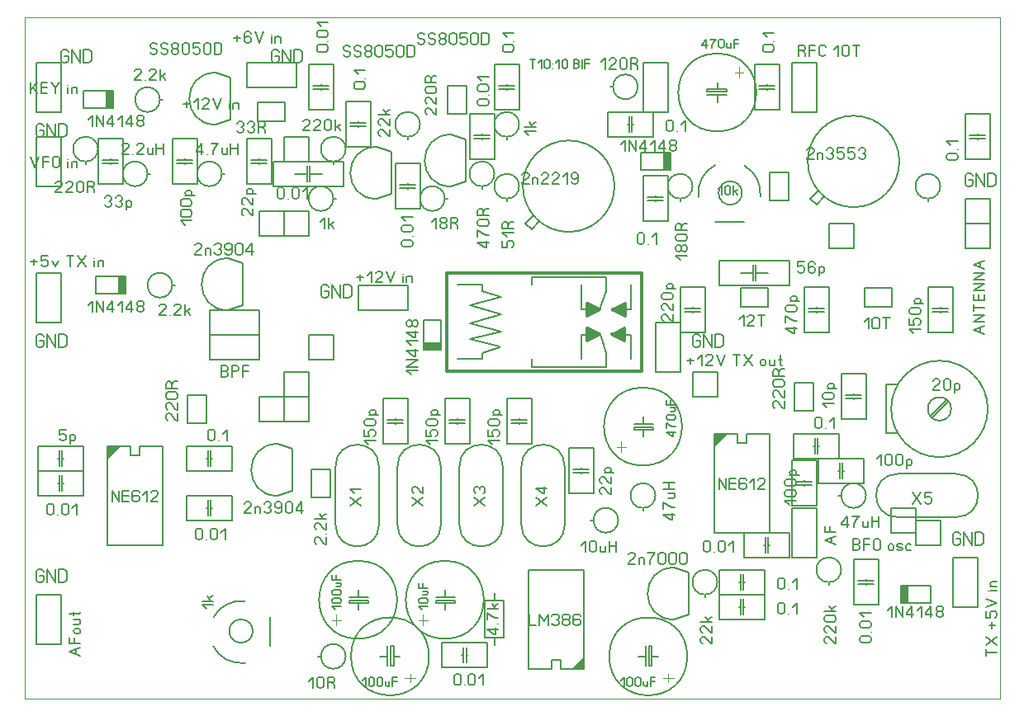
<source format=gbr>
%FSLAX34Y34*%
%MOMM*%
%LNCOPPER_BOTTOM*%
G71*
G01*
%ADD10C, 0.00*%
%ADD11C, 0.15*%
%ADD12C, 0.21*%
%ADD13C, 0.10*%
%ADD14C, 0.16*%
%ADD15C, 0.12*%
%ADD16C, 0.00*%
%ADD17C, 0.30*%
%ADD18C, 0.20*%
%ADD19C, 0.17*%
%LPD*%
G54D10*
X-50000Y1050000D02*
X950000Y1050000D01*
X950000Y350000D01*
X-50000Y350000D01*
X-50000Y1050000D01*
G54D11*
X-38100Y1003300D02*
X-12700Y1003300D01*
X-12700Y952500D01*
X-38100Y952500D01*
X-38100Y1003300D01*
G54D11*
X88900Y965200D02*
X92000Y965200D01*
G54D11*
G75*
G01X88900Y965200D02*
G03X88900Y965200I-12700J0D01*
G01*
G54D12*
X69774Y985127D02*
X62841Y985127D01*
X62841Y985849D01*
X63708Y987294D01*
X68908Y991627D01*
X69774Y993071D01*
X69774Y994516D01*
X68908Y995960D01*
X67174Y996683D01*
X65441Y996683D01*
X63708Y995960D01*
X62841Y994516D01*
G54D12*
X73818Y985127D02*
X73818Y985127D01*
G54D12*
X84795Y985127D02*
X77862Y985127D01*
X77862Y985849D01*
X78729Y987294D01*
X83929Y991627D01*
X84795Y993071D01*
X84795Y994516D01*
X83929Y995960D01*
X82195Y996683D01*
X80462Y996683D01*
X78729Y995960D01*
X77862Y994516D01*
G54D12*
X88839Y985127D02*
X88839Y996683D01*
G54D12*
X91439Y989460D02*
X94039Y985127D01*
G54D12*
X88839Y988016D02*
X94039Y991627D01*
G54D11*
X40600Y956500D02*
X40600Y973900D01*
X10200Y973900D01*
X10200Y956500D01*
X40600Y956500D01*
G36*
X40500Y956600D02*
X40500Y973300D01*
X33300Y973300D01*
X33300Y956600D01*
X40500Y956600D01*
G37*
G54D13*
X40500Y956600D02*
X40500Y973300D01*
X33300Y973300D01*
X33300Y956600D01*
X40500Y956600D01*
G54D12*
X15845Y944916D02*
X20179Y949250D01*
X20179Y937694D01*
G54D12*
X24222Y937694D02*
X24222Y949250D01*
X31156Y937694D01*
X31156Y949250D01*
G54D12*
X40399Y937694D02*
X40399Y949250D01*
X35199Y942027D01*
X35199Y940583D01*
X42133Y940583D01*
G54D12*
X46176Y944916D02*
X50510Y949250D01*
X50510Y937694D01*
G54D12*
X59753Y937694D02*
X59753Y949250D01*
X54553Y942027D01*
X54553Y940583D01*
X61487Y940583D01*
G54D12*
X69864Y943472D02*
X68130Y943472D01*
X66397Y944194D01*
X65530Y945638D01*
X65530Y947083D01*
X66397Y948527D01*
X68130Y949250D01*
X69864Y949250D01*
X71597Y948527D01*
X72464Y947083D01*
X72464Y945638D01*
X71597Y944194D01*
X69864Y943472D01*
X71597Y942750D01*
X72464Y941305D01*
X72464Y939861D01*
X71597Y938416D01*
X69864Y937694D01*
X68130Y937694D01*
X66397Y938416D01*
X65530Y939861D01*
X65530Y941305D01*
X66397Y942750D01*
X68130Y943472D01*
G54D11*
X145766Y939471D02*
X160966Y944371D01*
X160966Y987971D01*
X145766Y992871D01*
G54D11*
G75*
G01X145666Y992821D02*
G03X145666Y939521I0J-26650D01*
G01*
G54D12*
X79316Y1014052D02*
X80183Y1012607D01*
X81916Y1011885D01*
X83649Y1011885D01*
X85383Y1012607D01*
X86249Y1014052D01*
X86249Y1015496D01*
X85383Y1016941D01*
X83649Y1017663D01*
X81916Y1017663D01*
X80183Y1018385D01*
X79316Y1019829D01*
X79316Y1021274D01*
X80183Y1022718D01*
X81916Y1023441D01*
X83649Y1023441D01*
X85383Y1022718D01*
X86249Y1021274D01*
G54D12*
X90293Y1014052D02*
X91160Y1012607D01*
X92893Y1011885D01*
X94626Y1011885D01*
X96360Y1012607D01*
X97226Y1014052D01*
X97226Y1015496D01*
X96360Y1016941D01*
X94626Y1017663D01*
X92893Y1017663D01*
X91160Y1018385D01*
X90293Y1019829D01*
X90293Y1021274D01*
X91160Y1022718D01*
X92893Y1023441D01*
X94626Y1023441D01*
X96360Y1022718D01*
X97226Y1021274D01*
G54D12*
X105603Y1017663D02*
X103870Y1017663D01*
X102137Y1018385D01*
X101270Y1019829D01*
X101270Y1021274D01*
X102137Y1022718D01*
X103870Y1023441D01*
X105603Y1023441D01*
X107337Y1022718D01*
X108203Y1021274D01*
X108203Y1019829D01*
X107337Y1018385D01*
X105603Y1017663D01*
X107337Y1016941D01*
X108203Y1015496D01*
X108203Y1014052D01*
X107337Y1012607D01*
X105603Y1011885D01*
X103870Y1011885D01*
X102137Y1012607D01*
X101270Y1014052D01*
X101270Y1015496D01*
X102137Y1016941D01*
X103870Y1017663D01*
G54D12*
X119180Y1021274D02*
X119180Y1014052D01*
X118314Y1012607D01*
X116580Y1011885D01*
X114847Y1011885D01*
X113114Y1012607D01*
X112247Y1014052D01*
X112247Y1021274D01*
X113114Y1022718D01*
X114847Y1023441D01*
X116580Y1023441D01*
X118314Y1022718D01*
X119180Y1021274D01*
G54D12*
X130157Y1023441D02*
X123224Y1023441D01*
X123224Y1018385D01*
X124091Y1018385D01*
X125824Y1019107D01*
X127557Y1019107D01*
X129291Y1018385D01*
X130157Y1016941D01*
X130157Y1014052D01*
X129291Y1012607D01*
X127557Y1011885D01*
X125824Y1011885D01*
X124091Y1012607D01*
X123224Y1014052D01*
G54D12*
X141134Y1021274D02*
X141134Y1014052D01*
X140268Y1012607D01*
X138534Y1011885D01*
X136801Y1011885D01*
X135068Y1012607D01*
X134201Y1014052D01*
X134201Y1021274D01*
X135068Y1022718D01*
X136801Y1023441D01*
X138534Y1023441D01*
X140268Y1022718D01*
X141134Y1021274D01*
G54D12*
X145178Y1011885D02*
X145178Y1023441D01*
X149511Y1023441D01*
X151245Y1022718D01*
X152111Y1021274D01*
X152111Y1014052D01*
X151245Y1012607D01*
X149511Y1011885D01*
X145178Y1011885D01*
G54D11*
X177800Y977900D02*
X177800Y1003300D01*
X228600Y1003300D01*
X228600Y977900D01*
X177800Y977900D01*
G54D12*
X164350Y1028306D02*
X171283Y1028306D01*
G54D12*
X167817Y1031194D02*
X167817Y1025417D01*
G54D12*
X182260Y1032639D02*
X181394Y1034083D01*
X179660Y1034806D01*
X177927Y1034806D01*
X176194Y1034083D01*
X175327Y1032639D01*
X175327Y1029028D01*
X175327Y1028306D01*
X177927Y1029750D01*
X179660Y1029750D01*
X181394Y1029028D01*
X182260Y1027583D01*
X182260Y1025417D01*
X181394Y1023972D01*
X179660Y1023250D01*
X177927Y1023250D01*
X176194Y1023972D01*
X175327Y1025417D01*
X175327Y1029028D01*
G54D12*
X186304Y1034806D02*
X190637Y1023250D01*
X194971Y1034806D01*
G54D12*
X203232Y1023250D02*
X203232Y1029750D01*
G54D12*
X203232Y1031917D02*
X203232Y1031917D01*
G54D12*
X207276Y1023250D02*
X207276Y1029750D01*
G54D12*
X207276Y1028306D02*
X208143Y1029317D01*
X209876Y1029750D01*
X211609Y1029317D01*
X212476Y1028306D01*
X212476Y1023250D01*
G54D11*
X188900Y962000D02*
X217500Y962000D01*
X217500Y943000D01*
X188900Y943000D01*
X188900Y962000D01*
G54D12*
X167800Y940539D02*
X168667Y941983D01*
X170400Y942706D01*
X172133Y942706D01*
X173867Y941983D01*
X174733Y940539D01*
X174733Y939094D01*
X173867Y937650D01*
X172133Y936928D01*
X173867Y936206D01*
X174733Y934761D01*
X174733Y933317D01*
X173867Y931872D01*
X172133Y931150D01*
X170400Y931150D01*
X168667Y931872D01*
X167800Y933317D01*
G54D12*
X178777Y940539D02*
X179644Y941983D01*
X181377Y942706D01*
X183110Y942706D01*
X184844Y941983D01*
X185710Y940539D01*
X185710Y939094D01*
X184844Y937650D01*
X183110Y936928D01*
X184844Y936206D01*
X185710Y934761D01*
X185710Y933317D01*
X184844Y931872D01*
X183110Y931150D01*
X181377Y931150D01*
X179644Y931872D01*
X178777Y933317D01*
G54D12*
X193221Y936928D02*
X195821Y935483D01*
X196687Y934039D01*
X196687Y931150D01*
G54D12*
X189754Y931150D02*
X189754Y942706D01*
X194087Y942706D01*
X195821Y941983D01*
X196687Y940539D01*
X196687Y939094D01*
X195821Y937650D01*
X194087Y936928D01*
X189754Y936928D01*
G54D11*
X266700Y1001000D02*
X241300Y1001000D01*
X241300Y954800D01*
X266700Y954800D01*
X266700Y1001000D01*
G54D11*
X262000Y979500D02*
X246000Y979500D01*
G54D11*
X262000Y976300D02*
X246000Y976300D01*
G54D11*
X254000Y979500D02*
X254000Y981100D01*
G54D11*
X254000Y976300D02*
X254000Y974700D01*
G54D12*
X251861Y1021383D02*
X259083Y1021383D01*
X260528Y1020517D01*
X261250Y1018783D01*
X261250Y1017050D01*
X260528Y1015317D01*
X259083Y1014450D01*
X251861Y1014450D01*
X250417Y1015317D01*
X249694Y1017050D01*
X249694Y1018783D01*
X250417Y1020517D01*
X251861Y1021383D01*
G54D12*
X261250Y1025427D02*
X261250Y1025427D01*
G54D12*
X251861Y1036404D02*
X259083Y1036404D01*
X260528Y1035538D01*
X261250Y1033804D01*
X261250Y1032071D01*
X260528Y1030338D01*
X259083Y1029471D01*
X251861Y1029471D01*
X250417Y1030338D01*
X249694Y1032071D01*
X249694Y1033804D01*
X250417Y1035538D01*
X251861Y1036404D01*
G54D12*
X254028Y1040448D02*
X249694Y1044781D01*
X261250Y1044781D01*
G54D11*
X310866Y863271D02*
X326066Y868171D01*
X326066Y911771D01*
X310866Y916671D01*
G54D11*
G75*
G01X310766Y916621D02*
G03X310766Y863321I0J-26650D01*
G01*
G54D12*
X276866Y1011524D02*
X277732Y1010079D01*
X279466Y1009357D01*
X281199Y1009357D01*
X282932Y1010079D01*
X283799Y1011524D01*
X283799Y1012968D01*
X282932Y1014413D01*
X281199Y1015135D01*
X279466Y1015135D01*
X277732Y1015857D01*
X276866Y1017301D01*
X276866Y1018746D01*
X277732Y1020190D01*
X279466Y1020913D01*
X281199Y1020913D01*
X282932Y1020190D01*
X283799Y1018746D01*
G54D12*
X287843Y1011524D02*
X288709Y1010079D01*
X290443Y1009357D01*
X292176Y1009357D01*
X293909Y1010079D01*
X294776Y1011524D01*
X294776Y1012968D01*
X293909Y1014413D01*
X292176Y1015135D01*
X290443Y1015135D01*
X288709Y1015857D01*
X287843Y1017301D01*
X287843Y1018746D01*
X288709Y1020190D01*
X290443Y1020913D01*
X292176Y1020913D01*
X293909Y1020190D01*
X294776Y1018746D01*
G54D12*
X303153Y1015135D02*
X301420Y1015135D01*
X299686Y1015857D01*
X298820Y1017301D01*
X298820Y1018746D01*
X299686Y1020190D01*
X301420Y1020913D01*
X303153Y1020913D01*
X304886Y1020190D01*
X305753Y1018746D01*
X305753Y1017301D01*
X304886Y1015857D01*
X303153Y1015135D01*
X304886Y1014413D01*
X305753Y1012968D01*
X305753Y1011524D01*
X304886Y1010079D01*
X303153Y1009357D01*
X301420Y1009357D01*
X299686Y1010079D01*
X298820Y1011524D01*
X298820Y1012968D01*
X299686Y1014413D01*
X301420Y1015135D01*
G54D12*
X316730Y1018746D02*
X316730Y1011524D01*
X315863Y1010079D01*
X314130Y1009357D01*
X312397Y1009357D01*
X310663Y1010079D01*
X309797Y1011524D01*
X309797Y1018746D01*
X310663Y1020190D01*
X312397Y1020913D01*
X314130Y1020913D01*
X315863Y1020190D01*
X316730Y1018746D01*
G54D12*
X327707Y1020913D02*
X320774Y1020913D01*
X320774Y1015857D01*
X321640Y1015857D01*
X323374Y1016579D01*
X325107Y1016579D01*
X326840Y1015857D01*
X327707Y1014413D01*
X327707Y1011524D01*
X326840Y1010079D01*
X325107Y1009357D01*
X323374Y1009357D01*
X321640Y1010079D01*
X320774Y1011524D01*
G54D12*
X338684Y1018746D02*
X338684Y1011524D01*
X337817Y1010079D01*
X336084Y1009357D01*
X334351Y1009357D01*
X332617Y1010079D01*
X331751Y1011524D01*
X331751Y1018746D01*
X332617Y1020190D01*
X334351Y1020913D01*
X336084Y1020913D01*
X337817Y1020190D01*
X338684Y1018746D01*
G54D12*
X342728Y1009357D02*
X342728Y1020913D01*
X347061Y1020913D01*
X348794Y1020190D01*
X349661Y1018746D01*
X349661Y1011524D01*
X348794Y1010079D01*
X347061Y1009357D01*
X342728Y1009357D01*
G54D11*
X-38100Y927100D02*
X-12700Y927100D01*
X-12700Y876300D01*
X-38100Y876300D01*
X-38100Y927100D01*
G54D12*
X-43550Y906906D02*
X-39217Y895350D01*
X-34883Y906906D01*
G54D12*
X-30839Y895350D02*
X-30839Y906906D01*
X-24772Y906906D01*
G54D12*
X-30839Y901128D02*
X-24772Y901128D01*
G54D12*
X-13795Y904739D02*
X-13795Y897517D01*
X-14661Y896072D01*
X-16395Y895350D01*
X-18128Y895350D01*
X-19861Y896072D01*
X-20728Y897517D01*
X-20728Y904739D01*
X-19861Y906183D01*
X-18128Y906906D01*
X-16395Y906906D01*
X-14661Y906183D01*
X-13795Y904739D01*
G54D12*
X-5534Y895350D02*
X-5534Y901850D01*
G54D12*
X-5534Y904017D02*
X-5534Y904017D01*
G54D12*
X-1490Y895350D02*
X-1490Y901850D01*
G54D12*
X-1490Y900406D02*
X-623Y901417D01*
X1110Y901850D01*
X2843Y901417D01*
X3710Y900406D01*
X3710Y895350D01*
G54D11*
X12700Y901700D02*
X12700Y898600D01*
G54D11*
G75*
G01X12700Y901700D02*
G03X12700Y901700I0J12700D01*
G01*
G54D12*
X-11240Y869859D02*
X-18173Y869859D01*
X-18173Y870581D01*
X-17306Y872026D01*
X-12106Y876359D01*
X-11240Y877803D01*
X-11240Y879248D01*
X-12106Y880692D01*
X-13840Y881415D01*
X-15573Y881415D01*
X-17306Y880692D01*
X-18173Y879248D01*
G54D12*
X-263Y869859D02*
X-7196Y869859D01*
X-7196Y870581D01*
X-6329Y872026D01*
X-1129Y876359D01*
X-263Y877803D01*
X-263Y879248D01*
X-1129Y880692D01*
X-2863Y881415D01*
X-4596Y881415D01*
X-6329Y880692D01*
X-7196Y879248D01*
G54D12*
X10714Y879248D02*
X10714Y872026D01*
X9848Y870581D01*
X8114Y869859D01*
X6381Y869859D01*
X4648Y870581D01*
X3781Y872026D01*
X3781Y879248D01*
X4648Y880692D01*
X6381Y881415D01*
X8114Y881415D01*
X9848Y880692D01*
X10714Y879248D01*
G54D12*
X18225Y875637D02*
X20825Y874192D01*
X21691Y872748D01*
X21691Y869859D01*
G54D12*
X14758Y869859D02*
X14758Y881415D01*
X19091Y881415D01*
X20825Y880692D01*
X21691Y879248D01*
X21691Y877803D01*
X20825Y876359D01*
X19091Y875637D01*
X14758Y875637D01*
G54D11*
X50800Y924800D02*
X25400Y924800D01*
X25400Y878600D01*
X50800Y878600D01*
X50800Y924800D01*
G54D11*
X46100Y903300D02*
X30100Y903300D01*
G54D11*
X46100Y900100D02*
X30100Y900100D01*
G54D11*
X38100Y903300D02*
X38100Y904900D01*
G54D11*
X38100Y900100D02*
X38100Y898500D01*
G54D12*
X32650Y864339D02*
X33517Y865783D01*
X35250Y866506D01*
X36983Y866506D01*
X38717Y865783D01*
X39583Y864339D01*
X39583Y862894D01*
X38717Y861450D01*
X36983Y860728D01*
X38717Y860006D01*
X39583Y858561D01*
X39583Y857117D01*
X38717Y855672D01*
X36983Y854950D01*
X35250Y854950D01*
X33517Y855672D01*
X32650Y857117D01*
G54D12*
X43627Y864339D02*
X44494Y865783D01*
X46227Y866506D01*
X47960Y866506D01*
X49694Y865783D01*
X50560Y864339D01*
X50560Y862894D01*
X49694Y861450D01*
X47960Y860728D01*
X49694Y860006D01*
X50560Y858561D01*
X50560Y857117D01*
X49694Y855672D01*
X47960Y854950D01*
X46227Y854950D01*
X44494Y855672D01*
X43627Y857117D01*
G54D12*
X54604Y861450D02*
X54604Y852061D01*
G54D12*
X54604Y857117D02*
X55471Y855239D01*
X57204Y854950D01*
X58937Y855239D01*
X59804Y856683D01*
X59804Y859572D01*
X58937Y861017D01*
X57204Y861450D01*
X55471Y861017D01*
X54604Y859283D01*
G54D11*
X76200Y889000D02*
X79300Y889000D01*
G54D11*
G75*
G01X76200Y889000D02*
G03X76200Y889000I-12700J0D01*
G01*
G54D12*
X57074Y908927D02*
X50141Y908927D01*
X50141Y909649D01*
X51008Y911094D01*
X56208Y915427D01*
X57074Y916871D01*
X57074Y918316D01*
X56208Y919760D01*
X54474Y920483D01*
X52741Y920483D01*
X51008Y919760D01*
X50141Y918316D01*
G54D12*
X61118Y908927D02*
X61118Y908927D01*
G54D12*
X72095Y908927D02*
X65162Y908927D01*
X65162Y909649D01*
X66029Y911094D01*
X71229Y915427D01*
X72095Y916871D01*
X72095Y918316D01*
X71229Y919760D01*
X69495Y920483D01*
X67762Y920483D01*
X66029Y919760D01*
X65162Y918316D01*
G54D12*
X81339Y915427D02*
X81339Y908927D01*
G54D12*
X81339Y910371D02*
X80472Y909216D01*
X78739Y908927D01*
X77006Y909216D01*
X76139Y910371D01*
X76139Y915427D01*
G54D12*
X85383Y908927D02*
X85383Y920483D01*
G54D12*
X92316Y908927D02*
X92316Y920483D01*
G54D12*
X85383Y914705D02*
X92316Y914705D01*
G54D11*
X127000Y924800D02*
X101600Y924800D01*
X101600Y878600D01*
X127000Y878600D01*
X127000Y924800D01*
G54D11*
X122300Y903300D02*
X106300Y903300D01*
G54D11*
X122300Y900100D02*
X106300Y900100D01*
G54D11*
X114300Y903300D02*
X114300Y904900D01*
G54D11*
X114300Y900100D02*
X114300Y898500D01*
G54D12*
X114328Y836650D02*
X109994Y840983D01*
X121550Y840983D01*
G54D12*
X112161Y851960D02*
X119383Y851960D01*
X120828Y851094D01*
X121550Y849360D01*
X121550Y847627D01*
X120828Y845894D01*
X119383Y845027D01*
X112161Y845027D01*
X110717Y845894D01*
X109994Y847627D01*
X109994Y849360D01*
X110717Y851094D01*
X112161Y851960D01*
G54D12*
X112161Y862937D02*
X119383Y862937D01*
X120828Y862071D01*
X121550Y860337D01*
X121550Y858604D01*
X120828Y856871D01*
X119383Y856004D01*
X112161Y856004D01*
X110717Y856871D01*
X109994Y858604D01*
X109994Y860337D01*
X110717Y862071D01*
X112161Y862937D01*
G54D12*
X115050Y866981D02*
X124439Y866981D01*
G54D12*
X119383Y866981D02*
X121261Y867848D01*
X121550Y869581D01*
X121261Y871314D01*
X119817Y872181D01*
X116928Y872181D01*
X115483Y871314D01*
X115050Y869581D01*
X115483Y867848D01*
X117217Y866981D01*
G54D11*
X152400Y889000D02*
X155500Y889000D01*
G54D11*
G75*
G01X152400Y889000D02*
G03X152400Y889000I-12700J0D01*
G01*
G54D12*
X131541Y908927D02*
X131541Y920483D01*
X126341Y913260D01*
X126341Y911816D01*
X133274Y911816D01*
G54D12*
X137318Y908927D02*
X137318Y908927D01*
G54D12*
X141362Y920483D02*
X148295Y920483D01*
X147429Y919038D01*
X145695Y916871D01*
X143962Y913983D01*
X143095Y911816D01*
X143095Y908927D01*
G54D12*
X157539Y915427D02*
X157539Y908927D01*
G54D12*
X157539Y910371D02*
X156672Y909216D01*
X154939Y908927D01*
X153206Y909216D01*
X152339Y910371D01*
X152339Y915427D01*
G54D12*
X161583Y908927D02*
X161583Y920483D01*
G54D12*
X168516Y908927D02*
X168516Y920483D01*
G54D12*
X161583Y914705D02*
X168516Y914705D01*
G54D11*
X203200Y924800D02*
X177800Y924800D01*
X177800Y878600D01*
X203200Y878600D01*
X203200Y924800D01*
G54D11*
X198500Y903300D02*
X182500Y903300D01*
G54D11*
X198500Y900100D02*
X182500Y900100D01*
G54D11*
X190500Y903300D02*
X190500Y904900D01*
G54D11*
X190500Y900100D02*
X190500Y898500D01*
G54D12*
X184300Y853490D02*
X184300Y846556D01*
X183578Y846556D01*
X182133Y847423D01*
X177800Y852623D01*
X176356Y853490D01*
X174911Y853490D01*
X173467Y852623D01*
X172744Y850890D01*
X172744Y849156D01*
X173467Y847423D01*
X174911Y846556D01*
G54D12*
X184300Y864467D02*
X184300Y857533D01*
X183578Y857533D01*
X182133Y858400D01*
X177800Y863600D01*
X176356Y864467D01*
X174911Y864467D01*
X173467Y863600D01*
X172744Y861867D01*
X172744Y860133D01*
X173467Y858400D01*
X174911Y857533D01*
G54D12*
X177800Y868510D02*
X187189Y868510D01*
G54D12*
X182133Y868510D02*
X184011Y869377D01*
X184300Y871110D01*
X184011Y872844D01*
X182567Y873710D01*
X179678Y873710D01*
X178233Y872844D01*
X177800Y871110D01*
X178233Y869377D01*
X179967Y868510D01*
G54D11*
X266700Y901700D02*
X266700Y898600D01*
G54D11*
G75*
G01X266700Y901700D02*
G03X266700Y901700I0J12700D01*
G01*
G54D12*
X242760Y933359D02*
X235827Y933359D01*
X235827Y934081D01*
X236694Y935526D01*
X241894Y939859D01*
X242760Y941303D01*
X242760Y942748D01*
X241894Y944192D01*
X240160Y944915D01*
X238427Y944915D01*
X236694Y944192D01*
X235827Y942748D01*
G54D12*
X253737Y933359D02*
X246804Y933359D01*
X246804Y934081D01*
X247671Y935526D01*
X252871Y939859D01*
X253737Y941303D01*
X253737Y942748D01*
X252871Y944192D01*
X251137Y944915D01*
X249404Y944915D01*
X247671Y944192D01*
X246804Y942748D01*
G54D12*
X264714Y942748D02*
X264714Y935526D01*
X263848Y934081D01*
X262114Y933359D01*
X260381Y933359D01*
X258648Y934081D01*
X257781Y935526D01*
X257781Y942748D01*
X258648Y944192D01*
X260381Y944915D01*
X262114Y944915D01*
X263848Y944192D01*
X264714Y942748D01*
G54D12*
X268758Y933359D02*
X268758Y944915D01*
G54D12*
X271358Y937692D02*
X273958Y933359D01*
G54D12*
X268758Y936248D02*
X273958Y939859D01*
G54D11*
X304800Y962900D02*
X279400Y962900D01*
X279400Y916700D01*
X304800Y916700D01*
X304800Y962900D01*
G54D11*
X300100Y941400D02*
X284100Y941400D01*
G54D11*
X300100Y938200D02*
X284100Y938200D01*
G54D11*
X292100Y941400D02*
X292100Y943000D01*
G54D11*
X292100Y938200D02*
X292100Y936600D01*
G54D12*
X289961Y983283D02*
X297183Y983283D01*
X298628Y982417D01*
X299350Y980683D01*
X299350Y978950D01*
X298628Y977217D01*
X297183Y976350D01*
X289961Y976350D01*
X288517Y977217D01*
X287794Y978950D01*
X287794Y980683D01*
X288517Y982417D01*
X289961Y983283D01*
G54D12*
X299350Y987327D02*
X299350Y987327D01*
G54D12*
X292128Y991371D02*
X287794Y995704D01*
X299350Y995704D01*
G54D11*
X330200Y853200D02*
X355600Y853200D01*
X355600Y899400D01*
X330200Y899400D01*
X330200Y853200D01*
G54D11*
X334900Y874700D02*
X350900Y874700D01*
G54D11*
X334900Y877900D02*
X350900Y877900D01*
G54D11*
X342900Y874700D02*
X342900Y873100D01*
G54D11*
X342900Y877900D02*
X342900Y879500D01*
G54D12*
X338961Y821283D02*
X346183Y821283D01*
X347628Y820417D01*
X348350Y818683D01*
X348350Y816950D01*
X347628Y815217D01*
X346183Y814350D01*
X338961Y814350D01*
X337517Y815217D01*
X336794Y816950D01*
X336794Y818683D01*
X337517Y820417D01*
X338961Y821283D01*
G54D12*
X348350Y825327D02*
X348350Y825327D01*
G54D12*
X338961Y836304D02*
X346183Y836304D01*
X347628Y835438D01*
X348350Y833704D01*
X348350Y831971D01*
X347628Y830238D01*
X346183Y829371D01*
X338961Y829371D01*
X337517Y830238D01*
X336794Y831971D01*
X336794Y833704D01*
X337517Y835438D01*
X338961Y836304D01*
G54D12*
X341128Y840348D02*
X336794Y844681D01*
X348350Y844681D01*
G54D11*
X387066Y875971D02*
X402266Y880871D01*
X402266Y924471D01*
X387066Y929371D01*
G54D11*
G75*
G01X386966Y929321D02*
G03X386966Y876021I0J-26650D01*
G01*
G54D12*
X353066Y1024224D02*
X353932Y1022779D01*
X355666Y1022057D01*
X357399Y1022057D01*
X359132Y1022779D01*
X359999Y1024224D01*
X359999Y1025668D01*
X359132Y1027113D01*
X357399Y1027835D01*
X355666Y1027835D01*
X353932Y1028557D01*
X353066Y1030001D01*
X353066Y1031446D01*
X353932Y1032890D01*
X355666Y1033613D01*
X357399Y1033613D01*
X359132Y1032890D01*
X359999Y1031446D01*
G54D12*
X364043Y1024224D02*
X364909Y1022779D01*
X366643Y1022057D01*
X368376Y1022057D01*
X370109Y1022779D01*
X370976Y1024224D01*
X370976Y1025668D01*
X370109Y1027113D01*
X368376Y1027835D01*
X366643Y1027835D01*
X364909Y1028557D01*
X364043Y1030001D01*
X364043Y1031446D01*
X364909Y1032890D01*
X366643Y1033613D01*
X368376Y1033613D01*
X370109Y1032890D01*
X370976Y1031446D01*
G54D12*
X379353Y1027835D02*
X377620Y1027835D01*
X375886Y1028557D01*
X375020Y1030001D01*
X375020Y1031446D01*
X375886Y1032890D01*
X377620Y1033613D01*
X379353Y1033613D01*
X381086Y1032890D01*
X381953Y1031446D01*
X381953Y1030001D01*
X381086Y1028557D01*
X379353Y1027835D01*
X381086Y1027113D01*
X381953Y1025668D01*
X381953Y1024224D01*
X381086Y1022779D01*
X379353Y1022057D01*
X377620Y1022057D01*
X375886Y1022779D01*
X375020Y1024224D01*
X375020Y1025668D01*
X375886Y1027113D01*
X377620Y1027835D01*
G54D12*
X392930Y1031446D02*
X392930Y1024224D01*
X392063Y1022779D01*
X390330Y1022057D01*
X388597Y1022057D01*
X386863Y1022779D01*
X385997Y1024224D01*
X385997Y1031446D01*
X386863Y1032890D01*
X388597Y1033613D01*
X390330Y1033613D01*
X392063Y1032890D01*
X392930Y1031446D01*
G54D12*
X403907Y1033613D02*
X396974Y1033613D01*
X396974Y1028557D01*
X397840Y1028557D01*
X399574Y1029279D01*
X401307Y1029279D01*
X403040Y1028557D01*
X403907Y1027113D01*
X403907Y1024224D01*
X403040Y1022779D01*
X401307Y1022057D01*
X399574Y1022057D01*
X397840Y1022779D01*
X396974Y1024224D01*
G54D12*
X414884Y1031446D02*
X414884Y1024224D01*
X414017Y1022779D01*
X412284Y1022057D01*
X410551Y1022057D01*
X408817Y1022779D01*
X407951Y1024224D01*
X407951Y1031446D01*
X408817Y1032890D01*
X410551Y1033613D01*
X412284Y1033613D01*
X414017Y1032890D01*
X414884Y1031446D01*
G54D12*
X418928Y1022057D02*
X418928Y1033613D01*
X423261Y1033613D01*
X424994Y1032890D01*
X425861Y1031446D01*
X425861Y1024224D01*
X424994Y1022779D01*
X423261Y1022057D01*
X418928Y1022057D01*
G54D11*
X342900Y927100D02*
X342900Y924000D01*
G54D11*
G75*
G01X342900Y927100D02*
G03X342900Y927100I0J12700D01*
G01*
G54D12*
X324727Y934692D02*
X324727Y927759D01*
X324005Y927759D01*
X322560Y928626D01*
X318227Y933826D01*
X316783Y934692D01*
X315338Y934692D01*
X313894Y933826D01*
X313171Y932092D01*
X313171Y930359D01*
X313894Y928626D01*
X315338Y927759D01*
G54D12*
X324727Y945669D02*
X324727Y938736D01*
X324005Y938736D01*
X322560Y939603D01*
X318227Y944803D01*
X316783Y945669D01*
X315338Y945669D01*
X313894Y944803D01*
X313171Y943069D01*
X313171Y941336D01*
X313894Y939603D01*
X315338Y938736D01*
G54D12*
X324727Y949713D02*
X313171Y949713D01*
G54D12*
X320394Y952313D02*
X324727Y954913D01*
G54D12*
X321838Y949713D02*
X318227Y954913D01*
G54D11*
X266700Y863600D02*
X269800Y863600D01*
G54D11*
G75*
G01X266700Y863600D02*
G03X266700Y863600I-12700J0D01*
G01*
G54D12*
X253341Y839949D02*
X257674Y844283D01*
X257674Y832727D01*
G54D12*
X261718Y832727D02*
X261718Y844283D01*
G54D12*
X264318Y837060D02*
X266918Y832727D01*
G54D12*
X261718Y835616D02*
X266918Y839227D01*
G54D11*
X403200Y979500D02*
X403200Y950900D01*
X384200Y950900D01*
X384200Y979500D01*
X403200Y979500D01*
G54D12*
X372350Y956733D02*
X372350Y949800D01*
X371628Y949800D01*
X370183Y950667D01*
X365850Y955867D01*
X364406Y956733D01*
X362961Y956733D01*
X361517Y955867D01*
X360794Y954133D01*
X360794Y952400D01*
X361517Y950667D01*
X362961Y949800D01*
G54D12*
X372350Y967710D02*
X372350Y960777D01*
X371628Y960777D01*
X370183Y961644D01*
X365850Y966844D01*
X364406Y967710D01*
X362961Y967710D01*
X361517Y966844D01*
X360794Y965110D01*
X360794Y963377D01*
X361517Y961644D01*
X362961Y960777D01*
G54D12*
X362961Y978687D02*
X370183Y978687D01*
X371628Y977821D01*
X372350Y976087D01*
X372350Y974354D01*
X371628Y972621D01*
X370183Y971754D01*
X362961Y971754D01*
X361517Y972621D01*
X360794Y974354D01*
X360794Y976087D01*
X361517Y977821D01*
X362961Y978687D01*
G54D12*
X366572Y986198D02*
X368017Y988798D01*
X369461Y989664D01*
X372350Y989664D01*
G54D12*
X372350Y982731D02*
X360794Y982731D01*
X360794Y987064D01*
X361517Y988798D01*
X362961Y989664D01*
X364406Y989664D01*
X365850Y988798D01*
X366572Y987064D01*
X366572Y982731D01*
G54D11*
X431800Y950200D02*
X406400Y950200D01*
X406400Y904000D01*
X431800Y904000D01*
X431800Y950200D01*
G54D11*
X427100Y928700D02*
X411100Y928700D01*
G54D11*
X427100Y925500D02*
X411100Y925500D01*
G54D11*
X419100Y928700D02*
X419100Y930300D01*
G54D11*
X419100Y925500D02*
X419100Y923900D01*
G54D12*
X416567Y965612D02*
X423789Y965612D01*
X425233Y964746D01*
X425956Y963012D01*
X425956Y961279D01*
X425233Y959546D01*
X423789Y958679D01*
X416567Y958679D01*
X415122Y959546D01*
X414400Y961279D01*
X414400Y963012D01*
X415122Y964746D01*
X416567Y965612D01*
G54D12*
X425956Y969656D02*
X425956Y969656D01*
G54D12*
X416567Y980633D02*
X423789Y980633D01*
X425233Y979767D01*
X425956Y978033D01*
X425956Y976300D01*
X425233Y974567D01*
X423789Y973700D01*
X416567Y973700D01*
X415122Y974567D01*
X414400Y976300D01*
X414400Y978033D01*
X415122Y979767D01*
X416567Y980633D01*
G54D12*
X418733Y984677D02*
X414400Y989010D01*
X425956Y989010D01*
G54D11*
X419100Y876300D02*
X419100Y873200D01*
G54D11*
G75*
G01X419100Y876300D02*
G03X419100Y876300I0J12700D01*
G01*
G54D12*
X426327Y818659D02*
X414771Y818659D01*
X421994Y813459D01*
X423438Y813459D01*
X423438Y820392D01*
G54D12*
X414771Y824436D02*
X414771Y831369D01*
X416216Y830503D01*
X418383Y828769D01*
X421271Y827036D01*
X423438Y826169D01*
X426327Y826169D01*
G54D12*
X416938Y842346D02*
X424160Y842346D01*
X425605Y841480D01*
X426327Y839746D01*
X426327Y838013D01*
X425605Y836280D01*
X424160Y835413D01*
X416938Y835413D01*
X415494Y836280D01*
X414771Y838013D01*
X414771Y839746D01*
X415494Y841480D01*
X416938Y842346D01*
G54D12*
X420549Y849857D02*
X421994Y852457D01*
X423438Y853323D01*
X426327Y853323D01*
G54D12*
X426327Y846390D02*
X414771Y846390D01*
X414771Y850723D01*
X415494Y852457D01*
X416938Y853323D01*
X418383Y853323D01*
X419827Y852457D01*
X420549Y850723D01*
X420549Y846390D01*
G54D11*
X444500Y927100D02*
X444500Y924000D01*
G54D11*
G75*
G01X444500Y927100D02*
G03X444500Y927100I0J12700D01*
G01*
G54D12*
X467011Y928823D02*
X462678Y933156D01*
X474233Y933156D01*
G54D12*
X474233Y937200D02*
X462678Y937200D01*
G54D12*
X469900Y939800D02*
X474233Y942400D01*
G54D12*
X471344Y937200D02*
X467733Y942400D01*
G54D11*
G75*
G01X508000Y923243D02*
G03X508000Y923243I0J-46950D01*
G01*
G54D11*
X478000Y840200D02*
X469900Y832100D01*
X463800Y838200D01*
X471900Y846300D01*
G54D12*
X467330Y878793D02*
X460397Y878793D01*
X460397Y879515D01*
X461264Y880960D01*
X466464Y885293D01*
X467330Y886737D01*
X467330Y888182D01*
X466464Y889626D01*
X464730Y890349D01*
X462997Y890349D01*
X461264Y889626D01*
X460397Y888182D01*
G54D12*
X471374Y878793D02*
X471374Y885293D01*
G54D12*
X471374Y883849D02*
X472241Y884860D01*
X473974Y885293D01*
X475707Y884860D01*
X476574Y883849D01*
X476574Y878793D01*
G54D12*
X487551Y878793D02*
X480618Y878793D01*
X480618Y879515D01*
X481485Y880960D01*
X486685Y885293D01*
X487551Y886737D01*
X487551Y888182D01*
X486685Y889626D01*
X484951Y890349D01*
X483218Y890349D01*
X481485Y889626D01*
X480618Y888182D01*
G54D12*
X498528Y878793D02*
X491595Y878793D01*
X491595Y879515D01*
X492462Y880960D01*
X497662Y885293D01*
X498528Y886737D01*
X498528Y888182D01*
X497662Y889626D01*
X495928Y890349D01*
X494195Y890349D01*
X492462Y889626D01*
X491595Y888182D01*
G54D12*
X502572Y886015D02*
X506905Y890349D01*
X506905Y878793D01*
G54D12*
X510949Y880960D02*
X511816Y879515D01*
X513549Y878793D01*
X515282Y878793D01*
X517016Y879515D01*
X517882Y880960D01*
X517882Y884571D01*
X517882Y885293D01*
X515282Y883849D01*
X513549Y883849D01*
X511816Y884571D01*
X510949Y886015D01*
X510949Y888182D01*
X511816Y889626D01*
X513549Y890349D01*
X515282Y890349D01*
X517016Y889626D01*
X517882Y888182D01*
X517882Y884571D01*
G54D11*
X444500Y863600D02*
X444500Y860500D01*
G54D11*
G75*
G01X444500Y863600D02*
G03X444500Y863600I0J12700D01*
G01*
G54D12*
X440171Y820392D02*
X440171Y813459D01*
X445227Y813459D01*
X445227Y814326D01*
X444505Y816059D01*
X444505Y817792D01*
X445227Y819526D01*
X446671Y820392D01*
X449560Y820392D01*
X451005Y819526D01*
X451727Y817792D01*
X451727Y816059D01*
X451005Y814326D01*
X449560Y813459D01*
G54D12*
X444505Y824436D02*
X440171Y828769D01*
X451727Y828769D01*
G54D12*
X445949Y836280D02*
X447394Y838880D01*
X448838Y839746D01*
X451727Y839746D01*
G54D12*
X451727Y832813D02*
X440171Y832813D01*
X440171Y837146D01*
X440894Y838880D01*
X442338Y839746D01*
X443783Y839746D01*
X445227Y838880D01*
X445949Y837146D01*
X445949Y832813D01*
G54D14*
X471127Y997365D02*
X471127Y1006254D01*
G54D14*
X468460Y1006254D02*
X473793Y1006254D01*
G54D14*
X476904Y1002921D02*
X480237Y1006254D01*
X480237Y997365D01*
G54D14*
X488681Y1004587D02*
X488681Y999032D01*
X488015Y997921D01*
X486681Y997365D01*
X485348Y997365D01*
X484015Y997921D01*
X483348Y999032D01*
X483348Y1004587D01*
X484015Y1005698D01*
X485348Y1006254D01*
X486681Y1006254D01*
X488015Y1005698D01*
X488681Y1004587D01*
G54D14*
X491792Y997365D02*
X491792Y997365D01*
G54D14*
X491792Y1002365D02*
X491792Y1002365D01*
G54D14*
X494903Y1002921D02*
X498236Y1006254D01*
X498236Y997365D01*
G54D14*
X506680Y1004587D02*
X506680Y999032D01*
X506014Y997921D01*
X504680Y997365D01*
X503347Y997365D01*
X502014Y997921D01*
X501347Y999032D01*
X501347Y1004587D01*
X502014Y1005698D01*
X503347Y1006254D01*
X504680Y1006254D01*
X506014Y1005698D01*
X506680Y1004587D01*
G54D14*
X513035Y997365D02*
X513035Y1006254D01*
X516368Y1006254D01*
X517702Y1005698D01*
X518368Y1004587D01*
X518368Y1003476D01*
X517702Y1002365D01*
X516368Y1001809D01*
X517702Y1001254D01*
X518368Y1000143D01*
X518368Y999032D01*
X517702Y997921D01*
X516368Y997365D01*
X513035Y997365D01*
G54D14*
X513035Y1001809D02*
X516368Y1001809D01*
G54D14*
X521479Y997365D02*
X521479Y1006254D01*
G54D14*
X524590Y997365D02*
X524590Y1006254D01*
X529257Y1006254D01*
G54D14*
X524590Y1001809D02*
X529257Y1001809D01*
G54D11*
X457200Y1001000D02*
X431800Y1001000D01*
X431800Y954800D01*
X457200Y954800D01*
X457200Y1001000D01*
G54D11*
X452500Y979500D02*
X436500Y979500D01*
G54D11*
X452500Y976300D02*
X436500Y976300D01*
G54D11*
X444500Y979500D02*
X444500Y981100D01*
G54D11*
X444500Y976300D02*
X444500Y974700D01*
G54D12*
X442361Y1021383D02*
X449583Y1021383D01*
X451028Y1020517D01*
X451750Y1018783D01*
X451750Y1017050D01*
X451028Y1015317D01*
X449583Y1014450D01*
X442361Y1014450D01*
X440917Y1015317D01*
X440194Y1017050D01*
X440194Y1018783D01*
X440917Y1020517D01*
X442361Y1021383D01*
G54D12*
X451750Y1025427D02*
X451750Y1025427D01*
G54D12*
X444528Y1029471D02*
X440194Y1033804D01*
X451750Y1033804D01*
G54D11*
X594600Y927100D02*
X594600Y952500D01*
X548400Y952500D01*
X548400Y927100D01*
X594600Y927100D01*
G54D11*
X573100Y931800D02*
X573100Y947800D01*
G54D11*
X569900Y931800D02*
X569900Y947800D01*
G54D11*
X573100Y939800D02*
X574700Y939800D01*
G54D11*
X569900Y939800D02*
X568300Y939800D01*
G54D12*
X614983Y941939D02*
X614983Y934717D01*
X614117Y933272D01*
X612383Y932550D01*
X610650Y932550D01*
X608917Y933272D01*
X608050Y934717D01*
X608050Y941939D01*
X608917Y943383D01*
X610650Y944106D01*
X612383Y944106D01*
X614117Y943383D01*
X614983Y941939D01*
G54D12*
X619027Y932550D02*
X619027Y932550D01*
G54D12*
X623071Y939772D02*
X627404Y944106D01*
X627404Y932550D01*
G54D11*
X612100Y893000D02*
X612100Y910400D01*
X581700Y910400D01*
X581700Y893000D01*
X612100Y893000D01*
G36*
X612000Y893100D02*
X612000Y909800D01*
X604800Y909800D01*
X604800Y893100D01*
X612000Y893100D01*
G37*
G54D13*
X612000Y893100D02*
X612000Y909800D01*
X604800Y909800D01*
X604800Y893100D01*
X612000Y893100D01*
G54D12*
X561946Y919516D02*
X566279Y923850D01*
X566279Y912294D01*
G54D12*
X570322Y912294D02*
X570322Y923850D01*
X577256Y912294D01*
X577256Y923850D01*
G54D12*
X586500Y912294D02*
X586500Y923850D01*
X581300Y916627D01*
X581300Y915183D01*
X588233Y915183D01*
G54D12*
X592276Y919516D02*
X596610Y923850D01*
X596610Y912294D01*
G54D12*
X605854Y912294D02*
X605854Y923850D01*
X600654Y916627D01*
X600654Y915183D01*
X607587Y915183D01*
G54D12*
X615964Y918072D02*
X614230Y918072D01*
X612497Y918794D01*
X611630Y920238D01*
X611630Y921683D01*
X612497Y923127D01*
X614230Y923850D01*
X615964Y923850D01*
X617697Y923127D01*
X618564Y921683D01*
X618564Y920238D01*
X617697Y918794D01*
X615964Y918072D01*
X617697Y917350D01*
X618564Y915905D01*
X618564Y914461D01*
X617697Y913016D01*
X615964Y912294D01*
X614230Y912294D01*
X612497Y913016D01*
X611630Y914461D01*
X611630Y915905D01*
X612497Y917350D01*
X614230Y918072D01*
G54D11*
X609600Y886700D02*
X584200Y886700D01*
X584200Y840500D01*
X609600Y840500D01*
X609600Y886700D01*
G54D11*
X604900Y865200D02*
X588900Y865200D01*
G54D11*
X604900Y862000D02*
X588900Y862000D01*
G54D11*
X596900Y865200D02*
X596900Y866800D01*
G54D11*
X596900Y862000D02*
X596900Y860400D01*
G54D12*
X585683Y826239D02*
X585683Y819017D01*
X584817Y817572D01*
X583083Y816850D01*
X581350Y816850D01*
X579617Y817572D01*
X578750Y819017D01*
X578750Y826239D01*
X579617Y827683D01*
X581350Y828406D01*
X583083Y828406D01*
X584817Y827683D01*
X585683Y826239D01*
G54D12*
X589727Y816850D02*
X589727Y816850D01*
G54D12*
X593771Y824072D02*
X598104Y828406D01*
X598104Y816850D01*
G54D11*
X622300Y863600D02*
X622300Y860500D01*
G54D11*
G75*
G01X622300Y863600D02*
G03X622300Y863600I0J12700D01*
G01*
G54D12*
X622305Y800759D02*
X617971Y805092D01*
X629527Y805092D01*
G54D12*
X623749Y813469D02*
X623749Y811736D01*
X623027Y810003D01*
X621583Y809136D01*
X620138Y809136D01*
X618694Y810003D01*
X617971Y811736D01*
X617971Y813469D01*
X618694Y815203D01*
X620138Y816069D01*
X621583Y816069D01*
X623027Y815203D01*
X623749Y813469D01*
X624471Y815203D01*
X625916Y816069D01*
X627360Y816069D01*
X628805Y815203D01*
X629527Y813469D01*
X629527Y811736D01*
X628805Y810003D01*
X627360Y809136D01*
X625916Y809136D01*
X624471Y810003D01*
X623749Y811736D01*
G54D12*
X620138Y827046D02*
X627360Y827046D01*
X628805Y826180D01*
X629527Y824446D01*
X629527Y822713D01*
X628805Y820980D01*
X627360Y820113D01*
X620138Y820113D01*
X618694Y820980D01*
X617971Y822713D01*
X617971Y824446D01*
X618694Y826180D01*
X620138Y827046D01*
G54D12*
X623749Y834557D02*
X625194Y837157D01*
X626638Y838023D01*
X629527Y838023D01*
G54D12*
X629527Y831090D02*
X617971Y831090D01*
X617971Y835423D01*
X618694Y837157D01*
X620138Y838023D01*
X621583Y838023D01*
X623027Y837157D01*
X623749Y835423D01*
X623749Y831090D01*
G54D11*
X658400Y839400D02*
X687800Y839400D01*
G54D11*
G75*
G01X658172Y897812D02*
G03X641011Y864846I14528J-28512D01*
G01*
G54D11*
G75*
G01X704462Y865400D02*
G03X688214Y897288I-31762J3900D01*
G01*
G54D11*
G75*
G01X685700Y869300D02*
G03X685700Y869300I-12000J0D01*
G01*
G54D14*
X661923Y873189D02*
X665256Y876522D01*
X665256Y867633D01*
G54D14*
X673700Y874856D02*
X673700Y869300D01*
X673033Y868189D01*
X671700Y867633D01*
X670367Y867633D01*
X669033Y868189D01*
X668367Y869300D01*
X668367Y874856D01*
X669033Y875967D01*
X670367Y876522D01*
X671700Y876522D01*
X673033Y875967D01*
X673700Y874856D01*
G54D14*
X676811Y867633D02*
X676811Y876522D01*
G54D14*
X678811Y870967D02*
X680811Y867633D01*
G54D14*
X676811Y869856D02*
X680811Y872633D01*
G54D11*
X649700Y973000D02*
X649700Y976200D01*
X669700Y976200D01*
X669700Y973000D01*
X649700Y973000D01*
G54D11*
X649700Y969800D02*
X669700Y969800D01*
G54D11*
G75*
G01X660400Y1012500D02*
G03X660400Y1012500I0J-40000D01*
G01*
G54D11*
X660400Y969500D02*
X660400Y962500D01*
G54D11*
X660400Y976500D02*
X660400Y982500D01*
G54D15*
X682600Y998500D02*
X682600Y987800D01*
G54D15*
X678200Y993200D02*
X687100Y993200D01*
G54D14*
X649050Y1018250D02*
X649050Y1027139D01*
X645050Y1021583D01*
X645050Y1020472D01*
X650383Y1020472D01*
G54D14*
X653494Y1027139D02*
X658827Y1027139D01*
X658161Y1026028D01*
X656827Y1024361D01*
X655494Y1022139D01*
X654827Y1020472D01*
X654827Y1018250D01*
G54D14*
X667271Y1025472D02*
X667271Y1019917D01*
X666605Y1018806D01*
X665271Y1018250D01*
X663938Y1018250D01*
X662605Y1018806D01*
X661938Y1019917D01*
X661938Y1025472D01*
X662605Y1026583D01*
X663938Y1027139D01*
X665271Y1027139D01*
X666605Y1026583D01*
X667271Y1025472D01*
G54D14*
X674382Y1023250D02*
X674382Y1018250D01*
G54D14*
X674382Y1019361D02*
X673715Y1018472D01*
X672382Y1018250D01*
X671049Y1018472D01*
X670382Y1019361D01*
X670382Y1023250D01*
G54D14*
X677493Y1018250D02*
X677493Y1027139D01*
X682160Y1027139D01*
G54D14*
X677493Y1022694D02*
X682160Y1022694D01*
G54D11*
X553478Y978299D02*
X550378Y978299D01*
G54D11*
G75*
G01X553478Y978299D02*
G03X553478Y978299I12700J0D01*
G01*
G54D12*
X541438Y1003694D02*
X545771Y1008028D01*
X545771Y996472D01*
G54D12*
X556748Y996472D02*
X549814Y996472D01*
X549814Y997194D01*
X550681Y998639D01*
X555881Y1002972D01*
X556748Y1004417D01*
X556748Y1005861D01*
X555881Y1007305D01*
X554148Y1008028D01*
X552414Y1008028D01*
X550681Y1007305D01*
X549814Y1005861D01*
G54D12*
X567725Y1005861D02*
X567725Y998639D01*
X566858Y997194D01*
X565125Y996472D01*
X563392Y996472D01*
X561658Y997194D01*
X560792Y998639D01*
X560792Y1005861D01*
X561658Y1007305D01*
X563392Y1008028D01*
X565125Y1008028D01*
X566858Y1007305D01*
X567725Y1005861D01*
G54D12*
X575235Y1002250D02*
X577835Y1000805D01*
X578702Y999361D01*
X578702Y996472D01*
G54D12*
X571768Y996472D02*
X571768Y1008028D01*
X576102Y1008028D01*
X577835Y1007305D01*
X578702Y1005861D01*
X578702Y1004417D01*
X577835Y1002972D01*
X576102Y1002250D01*
X571768Y1002250D01*
G54D11*
X584200Y1003300D02*
X609600Y1003300D01*
X609600Y952500D01*
X584200Y952500D01*
X584200Y1003300D01*
G54D11*
X723900Y1001000D02*
X698500Y1001000D01*
X698500Y954800D01*
X723900Y954800D01*
X723900Y1001000D01*
G54D11*
X719200Y979500D02*
X703200Y979500D01*
G54D11*
X719200Y976300D02*
X703200Y976300D01*
G54D11*
X711200Y979500D02*
X711200Y981100D01*
G54D11*
X711200Y976300D02*
X711200Y974700D01*
G54D12*
X709061Y1021383D02*
X716283Y1021383D01*
X717728Y1020517D01*
X718450Y1018783D01*
X718450Y1017050D01*
X717728Y1015317D01*
X716283Y1014450D01*
X709061Y1014450D01*
X707617Y1015317D01*
X706894Y1017050D01*
X706894Y1018783D01*
X707617Y1020517D01*
X709061Y1021383D01*
G54D12*
X718450Y1025427D02*
X718450Y1025427D01*
G54D12*
X711228Y1029471D02*
X706894Y1033804D01*
X718450Y1033804D01*
G54D11*
G75*
G01X800100Y948643D02*
G03X800100Y948643I0J-46950D01*
G01*
G54D11*
X770100Y865600D02*
X762000Y857500D01*
X755900Y863600D01*
X764000Y871700D01*
G54D12*
X759430Y904193D02*
X752497Y904193D01*
X752497Y904915D01*
X753364Y906360D01*
X758564Y910693D01*
X759430Y912137D01*
X759430Y913582D01*
X758564Y915026D01*
X756830Y915749D01*
X755097Y915749D01*
X753364Y915026D01*
X752497Y913582D01*
G54D12*
X763474Y904193D02*
X763474Y910693D01*
G54D12*
X763474Y909249D02*
X764341Y910260D01*
X766074Y910693D01*
X767807Y910260D01*
X768674Y909249D01*
X768674Y904193D01*
G54D12*
X772718Y913582D02*
X773585Y915026D01*
X775318Y915749D01*
X777051Y915749D01*
X778785Y915026D01*
X779651Y913582D01*
X779651Y912137D01*
X778785Y910693D01*
X777051Y909971D01*
X778785Y909249D01*
X779651Y907804D01*
X779651Y906360D01*
X778785Y904915D01*
X777051Y904193D01*
X775318Y904193D01*
X773585Y904915D01*
X772718Y906360D01*
G54D12*
X790628Y915749D02*
X783695Y915749D01*
X783695Y910693D01*
X784562Y910693D01*
X786295Y911415D01*
X788028Y911415D01*
X789762Y910693D01*
X790628Y909249D01*
X790628Y906360D01*
X789762Y904915D01*
X788028Y904193D01*
X786295Y904193D01*
X784562Y904915D01*
X783695Y906360D01*
G54D12*
X801605Y915749D02*
X794672Y915749D01*
X794672Y910693D01*
X795539Y910693D01*
X797272Y911415D01*
X799005Y911415D01*
X800739Y910693D01*
X801605Y909249D01*
X801605Y906360D01*
X800739Y904915D01*
X799005Y904193D01*
X797272Y904193D01*
X795539Y904915D01*
X794672Y906360D01*
G54D12*
X805649Y913582D02*
X806516Y915026D01*
X808249Y915749D01*
X809982Y915749D01*
X811716Y915026D01*
X812582Y913582D01*
X812582Y912137D01*
X811716Y910693D01*
X809982Y909971D01*
X811716Y909249D01*
X812582Y907804D01*
X812582Y906360D01*
X811716Y904915D01*
X809982Y904193D01*
X808249Y904193D01*
X806516Y904915D01*
X805649Y906360D01*
G54D11*
X733400Y890600D02*
X733400Y862000D01*
X714400Y862000D01*
X714400Y890600D01*
X733400Y890600D01*
G54D11*
X736600Y1003300D02*
X762000Y1003300D01*
X762000Y952500D01*
X736600Y952500D01*
X736600Y1003300D01*
G54D12*
X747317Y1015428D02*
X749917Y1013983D01*
X750783Y1012539D01*
X750783Y1009650D01*
G54D12*
X743850Y1009650D02*
X743850Y1021206D01*
X748183Y1021206D01*
X749917Y1020483D01*
X750783Y1019039D01*
X750783Y1017594D01*
X749917Y1016150D01*
X748183Y1015428D01*
X743850Y1015428D01*
G54D12*
X754827Y1009650D02*
X754827Y1021206D01*
X760894Y1021206D01*
G54D12*
X754827Y1015428D02*
X760894Y1015428D01*
G54D12*
X771871Y1011817D02*
X771005Y1010372D01*
X769271Y1009650D01*
X767538Y1009650D01*
X765805Y1010372D01*
X764938Y1011817D01*
X764938Y1019039D01*
X765805Y1020483D01*
X767538Y1021206D01*
X769271Y1021206D01*
X771005Y1020483D01*
X771871Y1019039D01*
G54D12*
X780132Y1016872D02*
X784465Y1021206D01*
X784465Y1009650D01*
G54D12*
X795442Y1019039D02*
X795442Y1011817D01*
X794576Y1010372D01*
X792842Y1009650D01*
X791109Y1009650D01*
X789376Y1010372D01*
X788509Y1011817D01*
X788509Y1019039D01*
X789376Y1020483D01*
X791109Y1021206D01*
X792842Y1021206D01*
X794576Y1020483D01*
X795442Y1019039D01*
G54D12*
X802953Y1009650D02*
X802953Y1021206D01*
G54D12*
X799486Y1021206D02*
X806419Y1021206D01*
G54D11*
X914400Y904000D02*
X939800Y904000D01*
X939800Y950200D01*
X914400Y950200D01*
X914400Y904000D01*
G54D11*
X919100Y925500D02*
X935100Y925500D01*
G54D11*
X919100Y928700D02*
X935100Y928700D01*
G54D11*
X927100Y925500D02*
X927100Y923900D01*
G54D11*
X927100Y928700D02*
X927100Y930300D01*
G54D12*
X897761Y910183D02*
X904983Y910183D01*
X906428Y909317D01*
X907150Y907583D01*
X907150Y905850D01*
X906428Y904117D01*
X904983Y903250D01*
X897761Y903250D01*
X896317Y904117D01*
X895594Y905850D01*
X895594Y907583D01*
X896317Y909317D01*
X897761Y910183D01*
G54D12*
X907150Y914227D02*
X907150Y914227D01*
G54D12*
X899928Y918271D02*
X895594Y922604D01*
X907150Y922604D01*
G54D11*
X876300Y863600D02*
X876300Y860500D01*
G54D11*
G75*
G01X876300Y863600D02*
G03X876300Y863600I0J12700D01*
G01*
G54D12*
X876300Y863600D02*
X876300Y863600D01*
G54D11*
X92100Y609600D02*
X68200Y609600D01*
X68200Y600100D01*
X58800Y600100D01*
X58800Y609600D01*
X34900Y609600D01*
X34900Y508000D01*
X92100Y508000D01*
X92100Y609600D01*
G36*
X34900Y609700D02*
X47600Y609700D01*
X34900Y596900D01*
X34900Y609700D01*
G37*
G54D16*
X34900Y609700D02*
X47600Y609700D01*
X34900Y596900D01*
X34900Y609700D01*
G54D12*
X39725Y552450D02*
X39725Y564006D01*
X46658Y552450D01*
X46658Y564006D01*
G54D12*
X56769Y552450D02*
X50702Y552450D01*
X50702Y564006D01*
X56769Y564006D01*
G54D12*
X50702Y558228D02*
X56769Y558228D01*
G54D12*
X67746Y561839D02*
X66880Y563283D01*
X65146Y564006D01*
X63413Y564006D01*
X61680Y563283D01*
X60813Y561839D01*
X60813Y558228D01*
X60813Y557506D01*
X63413Y558950D01*
X65146Y558950D01*
X66880Y558228D01*
X67746Y556783D01*
X67746Y554617D01*
X66880Y553172D01*
X65146Y552450D01*
X63413Y552450D01*
X61680Y553172D01*
X60813Y554617D01*
X60813Y558228D01*
G54D12*
X71790Y559672D02*
X76123Y564006D01*
X76123Y552450D01*
G54D12*
X87100Y552450D02*
X80167Y552450D01*
X80167Y553172D01*
X81034Y554617D01*
X86234Y558950D01*
X87100Y560394D01*
X87100Y561839D01*
X86234Y563283D01*
X84500Y564006D01*
X82767Y564006D01*
X81034Y563283D01*
X80167Y561839D01*
G54D11*
X714400Y622300D02*
X690500Y622300D01*
X690500Y612800D01*
X681100Y612800D01*
X681100Y622300D01*
X657200Y622300D01*
X657200Y520700D01*
X714400Y520700D01*
X714400Y622300D01*
G36*
X657200Y622400D02*
X669900Y622400D01*
X657200Y609600D01*
X657200Y622400D01*
G37*
G54D16*
X657200Y622400D02*
X669900Y622400D01*
X657200Y609600D01*
X657200Y622400D01*
G54D12*
X662025Y565150D02*
X662025Y576706D01*
X668958Y565150D01*
X668958Y576706D01*
G54D12*
X679069Y565150D02*
X673002Y565150D01*
X673002Y576706D01*
X679069Y576706D01*
G54D12*
X673002Y570928D02*
X679069Y570928D01*
G54D12*
X690046Y574539D02*
X689180Y575983D01*
X687446Y576706D01*
X685713Y576706D01*
X683980Y575983D01*
X683113Y574539D01*
X683113Y570928D01*
X683113Y570206D01*
X685713Y571650D01*
X687446Y571650D01*
X689180Y570928D01*
X690046Y569483D01*
X690046Y567317D01*
X689180Y565872D01*
X687446Y565150D01*
X685713Y565150D01*
X683980Y565872D01*
X683113Y567317D01*
X683113Y570928D01*
G54D12*
X694090Y572372D02*
X698423Y576706D01*
X698423Y565150D01*
G54D12*
X709400Y565150D02*
X702467Y565150D01*
X702467Y565872D01*
X703334Y567317D01*
X708534Y571650D01*
X709400Y573094D01*
X709400Y574539D01*
X708534Y575983D01*
X706800Y576706D01*
X705067Y576706D01*
X703334Y575983D01*
X702467Y574539D01*
G54D11*
X313450Y589050D02*
X313450Y528750D01*
G54D11*
X269050Y588950D02*
X269050Y528650D01*
G54D11*
G75*
G01X313450Y588850D02*
G03X269050Y588850I-22200J0D01*
G01*
G54D11*
G75*
G01X269050Y528750D02*
G03X313450Y528750I22200J0D01*
G01*
G54D12*
X283744Y548300D02*
X295300Y556967D01*
G54D12*
X295300Y548300D02*
X283744Y556967D01*
G54D12*
X288078Y561011D02*
X283744Y565344D01*
X295300Y565344D01*
G54D17*
X582685Y686635D02*
X582585Y787235D01*
X382685Y787135D01*
X382685Y686635D01*
X582685Y686635D01*
G54D18*
X394085Y698735D02*
X419485Y698735D01*
X419485Y705035D01*
X419485Y704935D01*
X436985Y711335D01*
X436985Y711435D01*
X406785Y719335D01*
X438585Y727335D01*
X406785Y735235D01*
X438585Y744835D01*
X406785Y754235D01*
X438585Y762235D01*
X419485Y768635D01*
X419485Y774935D01*
X394085Y774935D01*
G54D18*
X571885Y698735D02*
X571885Y724035D01*
X552885Y724035D01*
G54D18*
X521085Y698735D02*
X521085Y724035D01*
X540085Y724035D01*
G54D18*
X571885Y774935D02*
X571885Y749535D01*
X552885Y749535D01*
G54D18*
X521085Y774935D02*
X521085Y749535D01*
X540085Y749535D01*
G36*
X552885Y724135D02*
X552785Y724135D01*
X565485Y717735D01*
X565485Y730435D01*
X552885Y724035D01*
X552885Y724135D01*
G37*
G54D17*
X552885Y724135D02*
X552785Y724135D01*
X565485Y717735D01*
X565485Y730435D01*
X552885Y724035D01*
X552885Y724135D01*
G36*
X552985Y749535D02*
X552885Y749535D01*
X565585Y743135D01*
X565585Y755835D01*
X552985Y749435D01*
X552985Y749535D01*
G37*
G54D17*
X552985Y749535D02*
X552885Y749535D01*
X565585Y743135D01*
X565585Y755835D01*
X552985Y749435D01*
X552985Y749535D01*
G36*
X539885Y724235D02*
X539985Y724235D01*
X527285Y730635D01*
X527285Y717935D01*
X539885Y724335D01*
X539885Y724235D01*
G37*
G54D17*
X539885Y724235D02*
X539985Y724235D01*
X527285Y730635D01*
X527285Y717935D01*
X539885Y724335D01*
X539885Y724235D01*
G36*
X539985Y749535D02*
X540085Y749535D01*
X527385Y755935D01*
X527385Y743235D01*
X539985Y749635D01*
X539985Y749535D01*
G37*
G54D17*
X539985Y749535D02*
X540085Y749535D01*
X527385Y755935D01*
X527385Y743235D01*
X539985Y749635D01*
X539985Y749535D01*
G54D18*
X540085Y724135D02*
X540185Y724135D01*
X546585Y705135D01*
X546485Y705135D01*
X546485Y690835D01*
X482985Y690835D01*
X470285Y690835D01*
X470285Y698735D01*
G54D18*
X540085Y749535D02*
X540085Y749535D01*
X546485Y768535D01*
X546485Y782835D01*
X470285Y782835D01*
X470285Y774935D01*
G54D11*
X914400Y863600D02*
X939800Y863600D01*
X939800Y812800D01*
X914400Y812800D01*
X914400Y863600D01*
G54D12*
X934350Y724650D02*
X922794Y728983D01*
X934350Y733317D01*
G54D12*
X930017Y726383D02*
X930017Y731583D01*
G54D12*
X934350Y737361D02*
X922794Y737361D01*
X934350Y744294D01*
X922794Y744294D01*
G54D12*
X934350Y751805D02*
X922794Y751805D01*
G54D12*
X922794Y748338D02*
X922794Y755271D01*
G54D12*
X934350Y765382D02*
X934350Y759315D01*
X922794Y759315D01*
X922794Y765382D01*
G54D12*
X928572Y759315D02*
X928572Y765382D01*
G54D12*
X934350Y769426D02*
X922794Y769426D01*
X934350Y776359D01*
X922794Y776359D01*
G54D12*
X934350Y780403D02*
X922794Y780403D01*
X934350Y787336D01*
X922794Y787336D01*
G54D12*
X934350Y791380D02*
X922794Y795713D01*
X934350Y800047D01*
G54D12*
X930017Y793113D02*
X930017Y798313D01*
G54D11*
X876300Y726200D02*
X901700Y726200D01*
X901700Y772400D01*
X876300Y772400D01*
X876300Y726200D01*
G54D11*
X881000Y747700D02*
X897000Y747700D01*
G54D11*
X881000Y750900D02*
X897000Y750900D01*
G54D11*
X889000Y747700D02*
X889000Y746100D01*
G54D11*
X889000Y750900D02*
X889000Y752500D01*
G54D12*
X861828Y725450D02*
X857494Y729783D01*
X869050Y729783D01*
G54D12*
X857494Y740760D02*
X857494Y733827D01*
X862550Y733827D01*
X862550Y734694D01*
X861828Y736427D01*
X861828Y738160D01*
X862550Y739894D01*
X863994Y740760D01*
X866883Y740760D01*
X868328Y739894D01*
X869050Y738160D01*
X869050Y736427D01*
X868328Y734694D01*
X866883Y733827D01*
G54D12*
X859661Y751737D02*
X866883Y751737D01*
X868328Y750871D01*
X869050Y749137D01*
X869050Y747404D01*
X868328Y745671D01*
X866883Y744804D01*
X859661Y744804D01*
X858217Y745671D01*
X857494Y747404D01*
X857494Y749137D01*
X858217Y750871D01*
X859661Y751737D01*
G54D12*
X862550Y755781D02*
X871939Y755781D01*
G54D12*
X866883Y755781D02*
X868761Y756648D01*
X869050Y758381D01*
X868761Y760114D01*
X867317Y760981D01*
X864428Y760981D01*
X862983Y760114D01*
X862550Y758381D01*
X862983Y756648D01*
X864717Y755781D01*
G54D11*
X839800Y752500D02*
X811200Y752500D01*
X811200Y771500D01*
X839800Y771500D01*
X839800Y752500D01*
G54D12*
X811056Y737322D02*
X815390Y741656D01*
X815390Y730100D01*
G54D12*
X826367Y739489D02*
X826367Y732267D01*
X825500Y730822D01*
X823767Y730100D01*
X822033Y730100D01*
X820300Y730822D01*
X819433Y732267D01*
X819433Y739489D01*
X820300Y740933D01*
X822033Y741656D01*
X823767Y741656D01*
X825500Y740933D01*
X826367Y739489D01*
G54D12*
X833877Y730100D02*
X833877Y741656D01*
G54D12*
X830410Y741656D02*
X837344Y741656D01*
G54D11*
X749300Y726200D02*
X774700Y726200D01*
X774700Y772400D01*
X749300Y772400D01*
X749300Y726200D01*
G54D11*
X754000Y747700D02*
X770000Y747700D01*
G54D11*
X754000Y750900D02*
X770000Y750900D01*
G54D11*
X762000Y747700D02*
X762000Y746100D01*
G54D11*
X762000Y750900D02*
X762000Y752500D01*
G54D12*
X742050Y730650D02*
X730494Y730650D01*
X737717Y725450D01*
X739161Y725450D01*
X739161Y732383D01*
G54D12*
X730494Y736427D02*
X730494Y743360D01*
X731939Y742494D01*
X734106Y740760D01*
X736994Y739027D01*
X739161Y738160D01*
X742050Y738160D01*
G54D12*
X732661Y754337D02*
X739883Y754337D01*
X741328Y753471D01*
X742050Y751737D01*
X742050Y750004D01*
X741328Y748271D01*
X739883Y747404D01*
X732661Y747404D01*
X731217Y748271D01*
X730494Y750004D01*
X730494Y751737D01*
X731217Y753471D01*
X732661Y754337D01*
G54D12*
X735550Y758381D02*
X744939Y758381D01*
G54D12*
X739883Y758381D02*
X741761Y759248D01*
X742050Y760981D01*
X741761Y762714D01*
X740317Y763581D01*
X737428Y763581D01*
X735983Y762714D01*
X735550Y760981D01*
X735983Y759248D01*
X737717Y758381D01*
G54D11*
X712800Y752500D02*
X684200Y752500D01*
X684200Y771500D01*
X712800Y771500D01*
X712800Y752500D01*
G54D12*
X683100Y739772D02*
X687433Y744106D01*
X687433Y732550D01*
G54D12*
X698410Y732550D02*
X691477Y732550D01*
X691477Y733272D01*
X692344Y734717D01*
X697544Y739050D01*
X698410Y740494D01*
X698410Y741939D01*
X697544Y743383D01*
X695810Y744106D01*
X694077Y744106D01*
X692344Y743383D01*
X691477Y741939D01*
G54D12*
X705921Y732550D02*
X705921Y744106D01*
G54D12*
X702454Y744106D02*
X709387Y744106D01*
G54D11*
X622300Y726200D02*
X647700Y726200D01*
X647700Y772400D01*
X622300Y772400D01*
X622300Y726200D01*
G54D11*
X627000Y747700D02*
X643000Y747700D01*
G54D11*
X627000Y750900D02*
X643000Y750900D01*
G54D11*
X635000Y747700D02*
X635000Y746100D01*
G54D11*
X635000Y750900D02*
X635000Y752500D01*
G54D12*
X615050Y745083D02*
X615050Y738150D01*
X614328Y738150D01*
X612883Y739017D01*
X608550Y744217D01*
X607106Y745083D01*
X605661Y745083D01*
X604217Y744217D01*
X603494Y742483D01*
X603494Y740750D01*
X604217Y739017D01*
X605661Y738150D01*
G54D12*
X615050Y756060D02*
X615050Y749127D01*
X614328Y749127D01*
X612883Y749994D01*
X608550Y755194D01*
X607106Y756060D01*
X605661Y756060D01*
X604217Y755194D01*
X603494Y753460D01*
X603494Y751727D01*
X604217Y749994D01*
X605661Y749127D01*
G54D12*
X605661Y767037D02*
X612883Y767037D01*
X614328Y766171D01*
X615050Y764437D01*
X615050Y762704D01*
X614328Y760971D01*
X612883Y760104D01*
X605661Y760104D01*
X604217Y760971D01*
X603494Y762704D01*
X603494Y764437D01*
X604217Y766171D01*
X605661Y767037D01*
G54D12*
X608550Y771081D02*
X617939Y771081D01*
G54D12*
X612883Y771081D02*
X614761Y771948D01*
X615050Y773681D01*
X614761Y775414D01*
X613317Y776281D01*
X610428Y776281D01*
X608983Y775414D01*
X608550Y773681D01*
X608983Y771948D01*
X610717Y771081D01*
G54D11*
X-38100Y787400D02*
X-12700Y787400D01*
X-12700Y736600D01*
X-38100Y736600D01*
X-38100Y787400D01*
G54D12*
X-43550Y798806D02*
X-36617Y798806D01*
G54D12*
X-40083Y801694D02*
X-40083Y795917D01*
G54D12*
X-25640Y805306D02*
X-32573Y805306D01*
X-32573Y800250D01*
X-31706Y800250D01*
X-29973Y800972D01*
X-28240Y800972D01*
X-26506Y800250D01*
X-25640Y798806D01*
X-25640Y795917D01*
X-26506Y794472D01*
X-28240Y793750D01*
X-29973Y793750D01*
X-31706Y794472D01*
X-32573Y795917D01*
G54D12*
X-21596Y800250D02*
X-18129Y793750D01*
X-14663Y800250D01*
G54D12*
X-2935Y793750D02*
X-2935Y805306D01*
G54D12*
X-6402Y805306D02*
X531Y805306D01*
G54D12*
X4575Y805306D02*
X13242Y793750D01*
G54D12*
X4575Y793750D02*
X13242Y805306D01*
G54D12*
X21503Y793750D02*
X21503Y800250D01*
G54D12*
X21503Y802417D02*
X21503Y802417D01*
G54D12*
X25547Y793750D02*
X25547Y800250D01*
G54D12*
X25547Y798806D02*
X26414Y799817D01*
X28147Y800250D01*
X29880Y799817D01*
X30747Y798806D01*
X30747Y793750D01*
G54D11*
X53300Y766000D02*
X53300Y783400D01*
X22900Y783400D01*
X22900Y766000D01*
X53300Y766000D01*
G36*
X53200Y766100D02*
X53200Y782800D01*
X46000Y782800D01*
X46000Y766100D01*
X53200Y766100D01*
G37*
G54D13*
X53200Y766100D02*
X53200Y782800D01*
X46000Y782800D01*
X46000Y766100D01*
X53200Y766100D01*
G54D12*
X15845Y754416D02*
X20179Y758750D01*
X20179Y747194D01*
G54D12*
X24222Y747194D02*
X24222Y758750D01*
X31156Y747194D01*
X31156Y758750D01*
G54D12*
X40399Y747194D02*
X40399Y758750D01*
X35199Y751527D01*
X35199Y750083D01*
X42133Y750083D01*
G54D12*
X46176Y754416D02*
X50510Y758750D01*
X50510Y747194D01*
G54D12*
X59753Y747194D02*
X59753Y758750D01*
X54553Y751527D01*
X54553Y750083D01*
X61487Y750083D01*
G54D12*
X69864Y752972D02*
X68130Y752972D01*
X66397Y753694D01*
X65530Y755138D01*
X65530Y756583D01*
X66397Y758027D01*
X68130Y758750D01*
X69864Y758750D01*
X71597Y758027D01*
X72464Y756583D01*
X72464Y755138D01*
X71597Y753694D01*
X69864Y752972D01*
X71597Y752250D01*
X72464Y750805D01*
X72464Y749361D01*
X71597Y747916D01*
X69864Y747194D01*
X68130Y747194D01*
X66397Y747916D01*
X65530Y749361D01*
X65530Y750805D01*
X66397Y752250D01*
X68130Y752972D01*
G54D11*
X101600Y774700D02*
X104700Y774700D01*
G54D11*
G75*
G01X101600Y774700D02*
G03X101600Y774700I-12700J0D01*
G01*
G54D12*
X95174Y743827D02*
X88241Y743827D01*
X88241Y744549D01*
X89108Y745994D01*
X94308Y750327D01*
X95174Y751771D01*
X95174Y753216D01*
X94308Y754660D01*
X92574Y755383D01*
X90841Y755383D01*
X89108Y754660D01*
X88241Y753216D01*
G54D12*
X99218Y743827D02*
X99218Y743827D01*
G54D12*
X110195Y743827D02*
X103262Y743827D01*
X103262Y744549D01*
X104129Y745994D01*
X109329Y750327D01*
X110195Y751771D01*
X110195Y753216D01*
X109329Y754660D01*
X107595Y755383D01*
X105862Y755383D01*
X104129Y754660D01*
X103262Y753216D01*
G54D12*
X114239Y743827D02*
X114239Y755383D01*
G54D12*
X116839Y748160D02*
X119439Y743827D01*
G54D12*
X114239Y746716D02*
X119439Y750327D01*
G54D11*
X158466Y748971D02*
X173666Y753871D01*
X173666Y797471D01*
X158466Y802371D01*
G54D11*
G75*
G01X158366Y802321D02*
G03X158366Y749021I0J-26650D01*
G01*
G54D12*
X131399Y806157D02*
X124466Y806157D01*
X124466Y806879D01*
X125332Y808324D01*
X130532Y812657D01*
X131399Y814101D01*
X131399Y815546D01*
X130532Y816990D01*
X128799Y817713D01*
X127066Y817713D01*
X125332Y816990D01*
X124466Y815546D01*
G54D12*
X135443Y806157D02*
X135443Y812657D01*
G54D12*
X135443Y811213D02*
X136309Y812224D01*
X138043Y812657D01*
X139776Y812224D01*
X140643Y811213D01*
X140643Y806157D01*
G54D12*
X144687Y815546D02*
X145553Y816990D01*
X147287Y817713D01*
X149020Y817713D01*
X150753Y816990D01*
X151620Y815546D01*
X151620Y814101D01*
X150753Y812657D01*
X149020Y811935D01*
X150753Y811213D01*
X151620Y809768D01*
X151620Y808324D01*
X150753Y806879D01*
X149020Y806157D01*
X147287Y806157D01*
X145553Y806879D01*
X144687Y808324D01*
G54D12*
X155664Y808324D02*
X156530Y806879D01*
X158264Y806157D01*
X159997Y806157D01*
X161730Y806879D01*
X162597Y808324D01*
X162597Y811935D01*
X162597Y812657D01*
X159997Y811213D01*
X158264Y811213D01*
X156530Y811935D01*
X155664Y813379D01*
X155664Y815546D01*
X156530Y816990D01*
X158264Y817713D01*
X159997Y817713D01*
X161730Y816990D01*
X162597Y815546D01*
X162597Y811935D01*
G54D12*
X173574Y815546D02*
X173574Y808324D01*
X172707Y806879D01*
X170974Y806157D01*
X169241Y806157D01*
X167507Y806879D01*
X166641Y808324D01*
X166641Y815546D01*
X167507Y816990D01*
X169241Y817713D01*
X170974Y817713D01*
X172707Y816990D01*
X173574Y815546D01*
G54D12*
X182818Y806157D02*
X182818Y817713D01*
X177618Y810490D01*
X177618Y809046D01*
X184551Y809046D01*
G54D11*
X359600Y708700D02*
X377000Y708700D01*
X377000Y739100D01*
X359600Y739100D01*
X359600Y708700D01*
G36*
X359700Y708800D02*
X376400Y708800D01*
X376400Y716000D01*
X359700Y716000D01*
X359700Y708800D01*
G37*
G54D13*
X359700Y708800D02*
X376400Y708800D01*
X376400Y716000D01*
X359700Y716000D01*
X359700Y708800D01*
G54D12*
X346271Y682654D02*
X341938Y686988D01*
X353494Y686988D01*
G54D12*
X353494Y691031D02*
X341938Y691031D01*
X353494Y697965D01*
X341938Y697965D01*
G54D12*
X353494Y707208D02*
X341938Y707208D01*
X349160Y702008D01*
X350605Y702008D01*
X350605Y708942D01*
G54D12*
X346271Y712985D02*
X341938Y717319D01*
X353494Y717319D01*
G54D12*
X353494Y726562D02*
X341938Y726562D01*
X349160Y721362D01*
X350605Y721362D01*
X350605Y728296D01*
G54D12*
X347716Y736673D02*
X347716Y734939D01*
X346994Y733206D01*
X345549Y732339D01*
X344105Y732339D01*
X342660Y733206D01*
X341938Y734939D01*
X341938Y736673D01*
X342660Y738406D01*
X344105Y739273D01*
X345549Y739273D01*
X346994Y738406D01*
X347716Y736673D01*
X348438Y738406D01*
X349882Y739273D01*
X351327Y739273D01*
X352771Y738406D01*
X353494Y736673D01*
X353494Y734939D01*
X352771Y733206D01*
X351327Y732339D01*
X349882Y732339D01*
X348438Y733206D01*
X347716Y734939D01*
G54D11*
X596900Y736600D02*
X622300Y736600D01*
X622300Y685800D01*
X596900Y685800D01*
X596900Y736600D01*
G54D12*
X629550Y697206D02*
X636483Y697206D01*
G54D12*
X633017Y700094D02*
X633017Y694317D01*
G54D12*
X640527Y699372D02*
X644860Y703706D01*
X644860Y692150D01*
G54D12*
X655837Y692150D02*
X648904Y692150D01*
X648904Y692872D01*
X649771Y694317D01*
X654971Y698650D01*
X655837Y700094D01*
X655837Y701539D01*
X654971Y702983D01*
X653237Y703706D01*
X651504Y703706D01*
X649771Y702983D01*
X648904Y701539D01*
G54D12*
X659881Y703706D02*
X664214Y692150D01*
X668548Y703706D01*
G54D12*
X680276Y692150D02*
X680276Y703706D01*
G54D12*
X676809Y703706D02*
X683742Y703706D01*
G54D12*
X687786Y703706D02*
X696453Y692150D01*
G54D12*
X687786Y692150D02*
X696453Y703706D01*
G54D12*
X709914Y693883D02*
X709914Y696772D01*
X709047Y698217D01*
X707314Y698650D01*
X705581Y698217D01*
X704714Y696772D01*
X704714Y693883D01*
X705581Y692439D01*
X707314Y692150D01*
X709047Y692439D01*
X709914Y693883D01*
G54D12*
X719158Y698650D02*
X719158Y692150D01*
G54D12*
X719158Y693594D02*
X718291Y692439D01*
X716558Y692150D01*
X714825Y692439D01*
X713958Y693594D01*
X713958Y698650D01*
G54D12*
X724935Y703706D02*
X724935Y692872D01*
X725802Y692150D01*
X726669Y692439D01*
G54D12*
X723202Y698650D02*
X726669Y698650D01*
G54D11*
X376950Y589050D02*
X376950Y528750D01*
G54D11*
X332550Y588950D02*
X332550Y528650D01*
G54D11*
G75*
G01X376950Y588850D02*
G03X332550Y588850I-22200J0D01*
G01*
G54D11*
G75*
G01X332550Y528750D02*
G03X376950Y528750I22200J0D01*
G01*
G54D12*
X347244Y548300D02*
X358800Y556967D01*
G54D12*
X358800Y548300D02*
X347244Y556967D01*
G54D12*
X358800Y567944D02*
X358800Y561011D01*
X358078Y561011D01*
X356633Y561878D01*
X352300Y567078D01*
X350856Y567944D01*
X349411Y567944D01*
X347967Y567078D01*
X347244Y565344D01*
X347244Y563611D01*
X347967Y561878D01*
X349411Y561011D01*
G54D11*
X440450Y589050D02*
X440450Y528750D01*
G54D11*
X396050Y588950D02*
X396050Y528650D01*
G54D11*
G75*
G01X440450Y588850D02*
G03X396050Y588850I-22200J0D01*
G01*
G54D11*
G75*
G01X396050Y528750D02*
G03X440450Y528750I22200J0D01*
G01*
G54D12*
X410744Y548300D02*
X422300Y556967D01*
G54D12*
X422300Y548300D02*
X410744Y556967D01*
G54D12*
X412911Y561011D02*
X411467Y561878D01*
X410744Y563611D01*
X410744Y565344D01*
X411467Y567078D01*
X412911Y567944D01*
X414356Y567944D01*
X415800Y567078D01*
X416522Y565344D01*
X417244Y567078D01*
X418689Y567944D01*
X420133Y567944D01*
X421578Y567078D01*
X422300Y565344D01*
X422300Y563611D01*
X421578Y561878D01*
X420133Y561011D01*
G54D11*
X503950Y589050D02*
X503950Y528750D01*
G54D11*
X459550Y588950D02*
X459550Y528650D01*
G54D11*
G75*
G01X503950Y588850D02*
G03X459550Y588850I-22200J0D01*
G01*
G54D11*
G75*
G01X459550Y528750D02*
G03X503950Y528750I22200J0D01*
G01*
G54D12*
X474244Y548300D02*
X485800Y556967D01*
G54D12*
X485800Y548300D02*
X474244Y556967D01*
G54D12*
X485800Y566211D02*
X474244Y566211D01*
X481467Y561011D01*
X482911Y561011D01*
X482911Y567944D01*
G54D11*
X317500Y611900D02*
X342900Y611900D01*
X342900Y658100D01*
X317500Y658100D01*
X317500Y611900D01*
G54D11*
X322200Y633400D02*
X338200Y633400D01*
G54D11*
X322200Y636600D02*
X338200Y636600D01*
G54D11*
X330200Y633400D02*
X330200Y631800D01*
G54D11*
X330200Y636600D02*
X330200Y638200D01*
G54D12*
X303028Y611150D02*
X298694Y615483D01*
X310250Y615483D01*
G54D12*
X298694Y626460D02*
X298694Y619527D01*
X303750Y619527D01*
X303750Y620394D01*
X303028Y622127D01*
X303028Y623860D01*
X303750Y625594D01*
X305194Y626460D01*
X308083Y626460D01*
X309528Y625594D01*
X310250Y623860D01*
X310250Y622127D01*
X309528Y620394D01*
X308083Y619527D01*
G54D12*
X300861Y637437D02*
X308083Y637437D01*
X309528Y636571D01*
X310250Y634837D01*
X310250Y633104D01*
X309528Y631371D01*
X308083Y630504D01*
X300861Y630504D01*
X299417Y631371D01*
X298694Y633104D01*
X298694Y634837D01*
X299417Y636571D01*
X300861Y637437D01*
G54D12*
X303750Y641481D02*
X313139Y641481D01*
G54D12*
X308083Y641481D02*
X309961Y642348D01*
X310250Y644081D01*
X309961Y645814D01*
X308517Y646681D01*
X305628Y646681D01*
X304183Y645814D01*
X303750Y644081D01*
X304183Y642348D01*
X305917Y641481D01*
G54D11*
X381000Y611900D02*
X406400Y611900D01*
X406400Y658100D01*
X381000Y658100D01*
X381000Y611900D01*
G54D11*
X385700Y633400D02*
X401700Y633400D01*
G54D11*
X385700Y636600D02*
X401700Y636600D01*
G54D11*
X393700Y633400D02*
X393700Y631800D01*
G54D11*
X393700Y636600D02*
X393700Y638200D01*
G54D12*
X366528Y611150D02*
X362194Y615483D01*
X373750Y615483D01*
G54D12*
X362194Y626460D02*
X362194Y619527D01*
X367250Y619527D01*
X367250Y620394D01*
X366528Y622127D01*
X366528Y623860D01*
X367250Y625594D01*
X368694Y626460D01*
X371583Y626460D01*
X373028Y625594D01*
X373750Y623860D01*
X373750Y622127D01*
X373028Y620394D01*
X371583Y619527D01*
G54D12*
X364361Y637437D02*
X371583Y637437D01*
X373028Y636571D01*
X373750Y634837D01*
X373750Y633104D01*
X373028Y631371D01*
X371583Y630504D01*
X364361Y630504D01*
X362917Y631371D01*
X362194Y633104D01*
X362194Y634837D01*
X362917Y636571D01*
X364361Y637437D01*
G54D12*
X367250Y641481D02*
X376639Y641481D01*
G54D12*
X371583Y641481D02*
X373461Y642348D01*
X373750Y644081D01*
X373461Y645814D01*
X372017Y646681D01*
X369128Y646681D01*
X367683Y645814D01*
X367250Y644081D01*
X367683Y642348D01*
X369417Y641481D01*
G54D11*
X444500Y611900D02*
X469900Y611900D01*
X469900Y658100D01*
X444500Y658100D01*
X444500Y611900D01*
G54D11*
X449200Y633400D02*
X465200Y633400D01*
G54D11*
X449200Y636600D02*
X465200Y636600D01*
G54D11*
X457200Y633400D02*
X457200Y631800D01*
G54D11*
X457200Y636600D02*
X457200Y638200D01*
G54D12*
X430028Y611150D02*
X425694Y615483D01*
X437250Y615483D01*
G54D12*
X425694Y626460D02*
X425694Y619527D01*
X430750Y619527D01*
X430750Y620394D01*
X430028Y622127D01*
X430028Y623860D01*
X430750Y625594D01*
X432194Y626460D01*
X435083Y626460D01*
X436528Y625594D01*
X437250Y623860D01*
X437250Y622127D01*
X436528Y620394D01*
X435083Y619527D01*
G54D12*
X427861Y637437D02*
X435083Y637437D01*
X436528Y636571D01*
X437250Y634837D01*
X437250Y633104D01*
X436528Y631371D01*
X435083Y630504D01*
X427861Y630504D01*
X426417Y631371D01*
X425694Y633104D01*
X425694Y634837D01*
X426417Y636571D01*
X427861Y637437D01*
G54D12*
X430750Y641481D02*
X440139Y641481D01*
G54D12*
X435083Y641481D02*
X436961Y642348D01*
X437250Y644081D01*
X436961Y645814D01*
X435517Y646681D01*
X432628Y646681D01*
X431183Y645814D01*
X430750Y644081D01*
X431183Y642348D01*
X432917Y641481D01*
G54D11*
X209266Y558471D02*
X224466Y563371D01*
X224466Y606971D01*
X209266Y611871D01*
G54D11*
G75*
G01X209166Y611821D02*
G03X209166Y558521I0J-26650D01*
G01*
G54D12*
X182401Y540715D02*
X175468Y540715D01*
X175468Y541438D01*
X176334Y542882D01*
X181534Y547215D01*
X182401Y548660D01*
X182401Y550104D01*
X181534Y551549D01*
X179801Y552271D01*
X178068Y552271D01*
X176334Y551549D01*
X175468Y550104D01*
G54D12*
X186445Y540715D02*
X186445Y547215D01*
G54D12*
X186445Y545771D02*
X187311Y546782D01*
X189045Y547215D01*
X190778Y546782D01*
X191645Y545771D01*
X191645Y540715D01*
G54D12*
X195689Y550104D02*
X196555Y551549D01*
X198289Y552271D01*
X200022Y552271D01*
X201755Y551549D01*
X202622Y550104D01*
X202622Y548660D01*
X201755Y547215D01*
X200022Y546493D01*
X201755Y545771D01*
X202622Y544327D01*
X202622Y542882D01*
X201755Y541438D01*
X200022Y540715D01*
X198289Y540715D01*
X196555Y541438D01*
X195689Y542882D01*
G54D12*
X206666Y542882D02*
X207532Y541438D01*
X209266Y540715D01*
X210999Y540715D01*
X212732Y541438D01*
X213599Y542882D01*
X213599Y546493D01*
X213599Y547215D01*
X210999Y545771D01*
X209266Y545771D01*
X207532Y546493D01*
X206666Y547938D01*
X206666Y550104D01*
X207532Y551549D01*
X209266Y552271D01*
X210999Y552271D01*
X212732Y551549D01*
X213599Y550104D01*
X213599Y546493D01*
G54D12*
X224576Y550104D02*
X224576Y542882D01*
X223709Y541438D01*
X221976Y540715D01*
X220243Y540715D01*
X218509Y541438D01*
X217643Y542882D01*
X217643Y550104D01*
X218509Y551549D01*
X220243Y552271D01*
X221976Y552271D01*
X223709Y551549D01*
X224576Y550104D01*
G54D12*
X233820Y540715D02*
X233820Y552271D01*
X228620Y545049D01*
X228620Y543604D01*
X235553Y543604D01*
G54D11*
X508000Y561100D02*
X533400Y561100D01*
X533400Y607300D01*
X508000Y607300D01*
X508000Y561100D01*
G54D11*
X512700Y582600D02*
X528700Y582600D01*
G54D11*
X512700Y585800D02*
X528700Y585800D01*
G54D11*
X520700Y582600D02*
X520700Y581000D01*
G54D11*
X520700Y585800D02*
X520700Y587400D01*
G54D12*
X551550Y567283D02*
X551550Y560350D01*
X550828Y560350D01*
X549383Y561217D01*
X545050Y566417D01*
X543606Y567283D01*
X542161Y567283D01*
X540717Y566417D01*
X539994Y564683D01*
X539994Y562950D01*
X540717Y561217D01*
X542161Y560350D01*
G54D12*
X551550Y578260D02*
X551550Y571327D01*
X550828Y571327D01*
X549383Y572194D01*
X545050Y577394D01*
X543606Y578260D01*
X542161Y578260D01*
X540717Y577394D01*
X539994Y575660D01*
X539994Y573927D01*
X540717Y572194D01*
X542161Y571327D01*
G54D12*
X545050Y582304D02*
X554439Y582304D01*
G54D12*
X549383Y582304D02*
X551261Y583171D01*
X551550Y584904D01*
X551261Y586637D01*
X549817Y587504D01*
X546928Y587504D01*
X545483Y586637D01*
X545050Y584904D01*
X545483Y583171D01*
X547217Y582304D01*
G54D11*
X533400Y533400D02*
X530300Y533400D01*
G54D11*
G75*
G01X533400Y533400D02*
G03X533400Y533400I12700J0D01*
G01*
G54D12*
X521359Y507995D02*
X525692Y512329D01*
X525692Y500773D01*
G54D12*
X536669Y510162D02*
X536669Y502940D01*
X535803Y501495D01*
X534069Y500773D01*
X532336Y500773D01*
X530603Y501495D01*
X529736Y502940D01*
X529736Y510162D01*
X530603Y511606D01*
X532336Y512329D01*
X534069Y512329D01*
X535803Y511606D01*
X536669Y510162D01*
G54D12*
X545913Y507273D02*
X545913Y500773D01*
G54D12*
X545913Y502217D02*
X545046Y501062D01*
X543313Y500773D01*
X541580Y501062D01*
X540713Y502217D01*
X540713Y507273D01*
G54D12*
X549957Y500773D02*
X549957Y512329D01*
G54D12*
X556890Y500773D02*
X556890Y512329D01*
G54D12*
X549957Y506551D02*
X556890Y506551D01*
G54D11*
X10400Y584200D02*
X10400Y609600D01*
X-35800Y609600D01*
X-35800Y584200D01*
X10400Y584200D01*
G54D11*
X-11100Y588900D02*
X-11100Y604900D01*
G54D11*
X-14300Y588900D02*
X-14300Y604900D01*
G54D11*
X-11100Y596900D02*
X-9500Y596900D01*
G54D11*
X-14300Y596900D02*
X-15900Y596900D01*
G54D12*
X-7317Y626606D02*
X-14250Y626606D01*
X-14250Y621550D01*
X-13383Y621550D01*
X-11650Y622272D01*
X-9917Y622272D01*
X-8183Y621550D01*
X-7317Y620106D01*
X-7317Y617217D01*
X-8183Y615772D01*
X-9917Y615050D01*
X-11650Y615050D01*
X-13383Y615772D01*
X-14250Y617217D01*
G54D12*
X-3273Y621550D02*
X-3273Y612161D01*
G54D12*
X-3273Y617217D02*
X-2406Y615339D01*
X-673Y615050D01*
X1060Y615339D01*
X1927Y616783D01*
X1927Y619672D01*
X1060Y621117D01*
X-673Y621550D01*
X-2406Y621117D01*
X-3273Y619383D01*
G54D11*
X10400Y558800D02*
X10400Y584200D01*
X-35800Y584200D01*
X-35800Y558800D01*
X10400Y558800D01*
G54D11*
X-11100Y563500D02*
X-11100Y579500D01*
G54D11*
X-14300Y563500D02*
X-14300Y579500D01*
G54D11*
X-11100Y571500D02*
X-9500Y571500D01*
G54D11*
X-14300Y571500D02*
X-15900Y571500D01*
G54D12*
X-20017Y548239D02*
X-20017Y541017D01*
X-20883Y539572D01*
X-22617Y538850D01*
X-24350Y538850D01*
X-26083Y539572D01*
X-26950Y541017D01*
X-26950Y548239D01*
X-26083Y549683D01*
X-24350Y550406D01*
X-22617Y550406D01*
X-20883Y549683D01*
X-20017Y548239D01*
G54D12*
X-15973Y538850D02*
X-15973Y538850D01*
G54D12*
X-4996Y548239D02*
X-4996Y541017D01*
X-5862Y539572D01*
X-7596Y538850D01*
X-9329Y538850D01*
X-11062Y539572D01*
X-11929Y541017D01*
X-11929Y548239D01*
X-11062Y549683D01*
X-9329Y550406D01*
X-7596Y550406D01*
X-5862Y549683D01*
X-4996Y548239D01*
G54D12*
X-952Y546072D02*
X3381Y550406D01*
X3381Y538850D01*
G54D11*
X162800Y533400D02*
X162800Y558800D01*
X116600Y558800D01*
X116600Y533400D01*
X162800Y533400D01*
G54D11*
X141300Y538100D02*
X141300Y554100D01*
G54D11*
X138100Y538100D02*
X138100Y554100D01*
G54D11*
X141300Y546100D02*
X142900Y546100D01*
G54D11*
X138100Y546100D02*
X136500Y546100D01*
G54D12*
X132383Y522839D02*
X132383Y515617D01*
X131517Y514172D01*
X129783Y513450D01*
X128050Y513450D01*
X126317Y514172D01*
X125450Y515617D01*
X125450Y522839D01*
X126317Y524283D01*
X128050Y525006D01*
X129783Y525006D01*
X131517Y524283D01*
X132383Y522839D01*
G54D12*
X136427Y513450D02*
X136427Y513450D01*
G54D12*
X147404Y522839D02*
X147404Y515617D01*
X146538Y514172D01*
X144804Y513450D01*
X143071Y513450D01*
X141338Y514172D01*
X140471Y515617D01*
X140471Y522839D01*
X141338Y524283D01*
X143071Y525006D01*
X144804Y525006D01*
X146538Y524283D01*
X147404Y522839D01*
G54D12*
X151448Y520672D02*
X155781Y525006D01*
X155781Y513450D01*
G54D11*
X162800Y584200D02*
X162800Y609600D01*
X116600Y609600D01*
X116600Y584200D01*
X162800Y584200D01*
G54D11*
X141300Y588900D02*
X141300Y604900D01*
G54D11*
X138100Y588900D02*
X138100Y604900D01*
G54D11*
X141300Y596900D02*
X142900Y596900D01*
G54D11*
X138100Y596900D02*
X136500Y596900D01*
G54D12*
X145083Y624439D02*
X145083Y617217D01*
X144217Y615772D01*
X142483Y615050D01*
X140750Y615050D01*
X139017Y615772D01*
X138150Y617217D01*
X138150Y624439D01*
X139017Y625883D01*
X140750Y626606D01*
X142483Y626606D01*
X144217Y625883D01*
X145083Y624439D01*
G54D12*
X149127Y615050D02*
X149127Y615050D01*
G54D12*
X153171Y622272D02*
X157504Y626606D01*
X157504Y615050D01*
G54D11*
X584200Y546100D02*
X584200Y543000D01*
G54D11*
G75*
G01X584200Y546100D02*
G03X584200Y546100I0J12700D01*
G01*
G54D12*
X616827Y539259D02*
X605271Y539259D01*
X612494Y534059D01*
X613938Y534059D01*
X613938Y540992D01*
G54D12*
X605271Y545036D02*
X605271Y551969D01*
X606716Y551103D01*
X608883Y549369D01*
X611771Y547636D01*
X613938Y546769D01*
X616827Y546769D01*
G54D12*
X610327Y561213D02*
X616827Y561213D01*
G54D12*
X615383Y561213D02*
X616538Y560346D01*
X616827Y558613D01*
X616538Y556880D01*
X615383Y556013D01*
X610327Y556013D01*
G54D12*
X616827Y565257D02*
X605271Y565257D01*
G54D12*
X616827Y572190D02*
X605271Y572190D01*
G54D12*
X611049Y565257D02*
X611049Y572190D01*
G54D11*
X594900Y629100D02*
X594900Y625900D01*
X574900Y625900D01*
X574900Y629100D01*
X594900Y629100D01*
G54D11*
X594900Y632300D02*
X574900Y632300D01*
G54D11*
G75*
G01X584200Y589600D02*
G03X584200Y589600I0J40000D01*
G01*
G54D11*
X584200Y632600D02*
X584200Y639600D01*
G54D11*
X584200Y625600D02*
X584200Y619600D01*
G54D15*
X562000Y603600D02*
X562000Y614300D01*
G54D15*
X566400Y608900D02*
X557500Y608900D01*
G54D14*
X617250Y623550D02*
X608361Y623550D01*
X613917Y619550D01*
X615028Y619550D01*
X615028Y624883D01*
G54D14*
X608361Y627994D02*
X608361Y633327D01*
X609472Y632661D01*
X611139Y631327D01*
X613361Y629994D01*
X615028Y629327D01*
X617250Y629327D01*
G54D14*
X610028Y641771D02*
X615583Y641771D01*
X616694Y641105D01*
X617250Y639771D01*
X617250Y638438D01*
X616694Y637105D01*
X615583Y636438D01*
X610028Y636438D01*
X608917Y637105D01*
X608361Y638438D01*
X608361Y639771D01*
X608917Y641105D01*
X610028Y641771D01*
G54D14*
X612250Y648882D02*
X617250Y648882D01*
G54D14*
X616139Y648882D02*
X617028Y648215D01*
X617250Y646882D01*
X617028Y645549D01*
X616139Y644882D01*
X612250Y644882D01*
G54D14*
X617250Y651993D02*
X608361Y651993D01*
X608361Y656660D01*
G54D14*
X612806Y651993D02*
X612806Y656660D01*
G54D11*
X190500Y825500D02*
X190500Y850900D01*
X215900Y850900D01*
X215900Y825500D01*
X190500Y825500D01*
G54D11*
X190500Y635000D02*
X190500Y660400D01*
X215900Y660400D01*
X215900Y635000D01*
X190500Y635000D01*
G54D11*
X215900Y901700D02*
X215900Y927100D01*
X241300Y927100D01*
X241300Y901700D01*
X215900Y901700D01*
G54D11*
X215900Y825500D02*
X215900Y850900D01*
X241300Y850900D01*
X241300Y825500D01*
X215900Y825500D01*
G54D11*
X215900Y660400D02*
X215900Y685800D01*
X241300Y685800D01*
X241300Y660400D01*
X215900Y660400D01*
G54D11*
X215900Y635000D02*
X215900Y660400D01*
X241300Y660400D01*
X241300Y635000D01*
X215900Y635000D01*
G54D11*
X205500Y901700D02*
X205500Y876300D01*
X277100Y876300D01*
X277100Y901700D01*
X205500Y901700D01*
G54D11*
X239700Y897000D02*
X239700Y881000D01*
G54D11*
X242900Y897000D02*
X242900Y881000D01*
G54D11*
X227000Y889000D02*
X239700Y889000D01*
G54D11*
X242900Y889000D02*
X255600Y889000D01*
G54D12*
X216312Y872989D02*
X216312Y865767D01*
X215446Y864322D01*
X213712Y863600D01*
X211979Y863600D01*
X210246Y864322D01*
X209379Y865767D01*
X209379Y872989D01*
X210246Y874433D01*
X211979Y875156D01*
X213712Y875156D01*
X215446Y874433D01*
X216312Y872989D01*
G54D12*
X220356Y863600D02*
X220356Y863600D01*
G54D12*
X231333Y872989D02*
X231333Y865767D01*
X230467Y864322D01*
X228733Y863600D01*
X227000Y863600D01*
X225267Y864322D01*
X224400Y865767D01*
X224400Y872989D01*
X225267Y874433D01*
X227000Y875156D01*
X228733Y875156D01*
X230467Y874433D01*
X231333Y872989D01*
G54D12*
X235377Y870822D02*
X239710Y875156D01*
X239710Y863600D01*
G54D11*
X736600Y548400D02*
X762000Y548400D01*
X762000Y594600D01*
X736600Y594600D01*
X736600Y548400D01*
G54D11*
X741300Y569900D02*
X757300Y569900D01*
G54D11*
X741300Y573100D02*
X757300Y573100D01*
G54D11*
X749300Y569900D02*
X749300Y568300D01*
G54D11*
X749300Y573100D02*
X749300Y574700D01*
G54D12*
X734078Y549413D02*
X729744Y553746D01*
X741300Y553746D01*
G54D12*
X731911Y564723D02*
X739133Y564723D01*
X740578Y563856D01*
X741300Y562123D01*
X741300Y560390D01*
X740578Y558656D01*
X739133Y557790D01*
X731911Y557790D01*
X730467Y558656D01*
X729744Y560390D01*
X729744Y562123D01*
X730467Y563856D01*
X731911Y564723D01*
G54D12*
X731911Y575700D02*
X739133Y575700D01*
X740578Y574833D01*
X741300Y573100D01*
X741300Y571367D01*
X740578Y569633D01*
X739133Y568767D01*
X731911Y568767D01*
X730467Y569633D01*
X729744Y571367D01*
X729744Y573100D01*
X730467Y574833D01*
X731911Y575700D01*
G54D12*
X734800Y579744D02*
X744189Y579744D01*
G54D12*
X739133Y579744D02*
X741011Y580610D01*
X741300Y582344D01*
X741011Y584077D01*
X739567Y584944D01*
X736678Y584944D01*
X735233Y584077D01*
X734800Y582344D01*
X735233Y580610D01*
X736967Y579744D01*
G54D11*
X785100Y596900D02*
X785100Y622300D01*
X738900Y622300D01*
X738900Y596900D01*
X785100Y596900D01*
G54D11*
X763600Y601600D02*
X763600Y617600D01*
G54D11*
X760400Y601600D02*
X760400Y617600D01*
G54D11*
X763600Y609600D02*
X765200Y609600D01*
G54D11*
X760400Y609600D02*
X758800Y609600D01*
G54D12*
X767383Y637139D02*
X767383Y629917D01*
X766517Y628472D01*
X764783Y627750D01*
X763050Y627750D01*
X761317Y628472D01*
X760450Y629917D01*
X760450Y637139D01*
X761317Y638583D01*
X763050Y639306D01*
X764783Y639306D01*
X766517Y638583D01*
X767383Y637139D01*
G54D12*
X771427Y627750D02*
X771427Y627750D01*
G54D12*
X775471Y634972D02*
X779804Y639306D01*
X779804Y627750D01*
G54D11*
X810500Y571500D02*
X810500Y596900D01*
X764300Y596900D01*
X764300Y571500D01*
X810500Y571500D01*
G54D11*
X789000Y576200D02*
X789000Y592200D01*
G54D11*
X785800Y576200D02*
X785800Y592200D01*
G54D11*
X789000Y584200D02*
X790600Y584200D01*
G54D11*
X785800Y584200D02*
X784200Y584200D01*
G54D12*
X823950Y596872D02*
X828283Y601206D01*
X828283Y589650D01*
G54D12*
X839260Y599039D02*
X839260Y591817D01*
X838394Y590372D01*
X836660Y589650D01*
X834927Y589650D01*
X833194Y590372D01*
X832327Y591817D01*
X832327Y599039D01*
X833194Y600483D01*
X834927Y601206D01*
X836660Y601206D01*
X838394Y600483D01*
X839260Y599039D01*
G54D12*
X850237Y599039D02*
X850237Y591817D01*
X849371Y590372D01*
X847637Y589650D01*
X845904Y589650D01*
X844171Y590372D01*
X843304Y591817D01*
X843304Y599039D01*
X844171Y600483D01*
X845904Y601206D01*
X847637Y601206D01*
X849371Y600483D01*
X850237Y599039D01*
G54D12*
X854281Y596150D02*
X854281Y586761D01*
G54D12*
X854281Y591817D02*
X855148Y589939D01*
X856881Y589650D01*
X858614Y589939D01*
X859481Y591383D01*
X859481Y594272D01*
X858614Y595717D01*
X856881Y596150D01*
X855148Y595717D01*
X854281Y593983D01*
G54D11*
X787400Y558800D02*
X784300Y558800D01*
G54D11*
G75*
G01X787400Y558800D02*
G03X787400Y558800I12700J0D01*
G01*
G54D12*
X793259Y526173D02*
X793259Y537729D01*
X788059Y530506D01*
X788059Y529062D01*
X794992Y529062D01*
G54D12*
X799036Y537729D02*
X805969Y537729D01*
X805103Y536284D01*
X803369Y534117D01*
X801636Y531229D01*
X800769Y529062D01*
X800769Y526173D01*
G54D12*
X815213Y532673D02*
X815213Y526173D01*
G54D12*
X815213Y527617D02*
X814346Y526462D01*
X812613Y526173D01*
X810880Y526462D01*
X810013Y527617D01*
X810013Y532673D01*
G54D12*
X819257Y526173D02*
X819257Y537729D01*
G54D12*
X826190Y526173D02*
X826190Y537729D01*
G54D12*
X819257Y531951D02*
X826190Y531951D01*
G54D11*
X845200Y581000D02*
X905500Y581000D01*
G54D11*
X845300Y536600D02*
X905600Y536600D01*
G54D11*
G75*
G01X845400Y581000D02*
G03X845400Y536600I0J-22200D01*
G01*
G54D11*
G75*
G01X905500Y536600D02*
G03X905500Y581000I0J22200D01*
G01*
G54D12*
X860550Y561706D02*
X869217Y550150D01*
G54D12*
X860550Y550150D02*
X869217Y561706D01*
G54D12*
X880194Y561706D02*
X873261Y561706D01*
X873261Y556650D01*
X874128Y556650D01*
X875861Y557372D01*
X877594Y557372D01*
X879328Y556650D01*
X880194Y555206D01*
X880194Y552317D01*
X879328Y550872D01*
X877594Y550150D01*
X875861Y550150D01*
X874128Y550872D01*
X873261Y552317D01*
G54D11*
G75*
G01X937700Y647700D02*
G03X937700Y647700I-49500J0D01*
G01*
G54D11*
X833200Y672700D02*
X833200Y622700D01*
X845100Y622700D01*
X845300Y622900D01*
G54D11*
X833200Y672700D02*
X845300Y672700D01*
X845400Y672600D01*
G54D11*
G75*
G01X900200Y647700D02*
G03X900200Y647700I-12000J0D01*
G01*
G54D11*
X879200Y640700D02*
X895200Y656700D01*
G54D11*
X881200Y638700D02*
X897200Y654700D01*
G54D12*
X888383Y667272D02*
X881450Y667272D01*
X881450Y667994D01*
X882317Y669439D01*
X887517Y673772D01*
X888383Y675216D01*
X888383Y676661D01*
X887517Y678105D01*
X885783Y678828D01*
X884050Y678828D01*
X882317Y678105D01*
X881450Y676661D01*
G54D12*
X899360Y676661D02*
X899360Y669439D01*
X898494Y667994D01*
X896760Y667272D01*
X895027Y667272D01*
X893294Y667994D01*
X892427Y669439D01*
X892427Y676661D01*
X893294Y678105D01*
X895027Y678828D01*
X896760Y678828D01*
X898494Y678105D01*
X899360Y676661D01*
G54D12*
X903404Y673772D02*
X903404Y664383D01*
G54D12*
X903404Y669439D02*
X904271Y667561D01*
X906004Y667272D01*
X907737Y667561D01*
X908604Y669005D01*
X908604Y671894D01*
X907737Y673339D01*
X906004Y673772D01*
X904271Y673339D01*
X903404Y671605D01*
G54D11*
X787400Y637300D02*
X812800Y637300D01*
X812800Y683500D01*
X787400Y683500D01*
X787400Y637300D01*
G54D11*
X792100Y658800D02*
X808100Y658800D01*
G54D11*
X792100Y662000D02*
X808100Y662000D01*
G54D11*
X800100Y658800D02*
X800100Y657200D01*
G54D11*
X800100Y662000D02*
X800100Y663600D01*
G54D12*
X772928Y649250D02*
X768594Y653583D01*
X780150Y653583D01*
G54D12*
X770761Y664560D02*
X777983Y664560D01*
X779428Y663694D01*
X780150Y661960D01*
X780150Y660227D01*
X779428Y658494D01*
X777983Y657627D01*
X770761Y657627D01*
X769317Y658494D01*
X768594Y660227D01*
X768594Y661960D01*
X769317Y663694D01*
X770761Y664560D01*
G54D12*
X773650Y668604D02*
X783039Y668604D01*
G54D12*
X777983Y668604D02*
X779861Y669471D01*
X780150Y671204D01*
X779861Y672937D01*
X778417Y673804D01*
X775528Y673804D01*
X774083Y672937D01*
X773650Y671204D01*
X774083Y669471D01*
X775817Y668604D01*
G54D11*
X635000Y660400D02*
X635000Y685800D01*
X660400Y685800D01*
X660400Y660400D01*
X635000Y660400D01*
G54D11*
X292100Y749300D02*
X292100Y774700D01*
X342900Y774700D01*
X342900Y749300D01*
X292100Y749300D01*
G54D12*
X112845Y960393D02*
X119778Y960393D01*
G54D12*
X116312Y963282D02*
X116312Y957504D01*
G54D12*
X123822Y962560D02*
X128155Y966893D01*
X128155Y955338D01*
G54D12*
X139132Y955338D02*
X132199Y955338D01*
X132199Y956060D01*
X133066Y957504D01*
X138266Y961838D01*
X139132Y963282D01*
X139132Y964727D01*
X138266Y966171D01*
X136532Y966893D01*
X134799Y966893D01*
X133066Y966171D01*
X132199Y964727D01*
G54D12*
X143176Y966893D02*
X147509Y955338D01*
X151843Y966893D01*
G54D12*
X160104Y955338D02*
X160104Y961838D01*
G54D12*
X160104Y964004D02*
X160104Y964004D01*
G54D12*
X164148Y955338D02*
X164148Y961838D01*
G54D12*
X164148Y960393D02*
X165015Y961404D01*
X166748Y961838D01*
X168481Y961404D01*
X169348Y960393D01*
X169348Y955338D01*
G54D11*
X708900Y457200D02*
X708900Y482600D01*
X662700Y482600D01*
X662700Y457200D01*
X708900Y457200D01*
G54D11*
X687400Y461900D02*
X687400Y477900D01*
G54D11*
X684200Y461900D02*
X684200Y477900D01*
G54D11*
X687400Y469900D02*
X689000Y469900D01*
G54D11*
X684200Y469900D02*
X682600Y469900D01*
G54D12*
X729283Y472039D02*
X729283Y464817D01*
X728417Y463372D01*
X726683Y462650D01*
X724950Y462650D01*
X723217Y463372D01*
X722350Y464817D01*
X722350Y472039D01*
X723217Y473483D01*
X724950Y474206D01*
X726683Y474206D01*
X728417Y473483D01*
X729283Y472039D01*
G54D12*
X733327Y462650D02*
X733327Y462650D01*
G54D12*
X737371Y469872D02*
X741704Y474206D01*
X741704Y462650D01*
G54D11*
X708900Y431800D02*
X708900Y457200D01*
X662700Y457200D01*
X662700Y431800D01*
X708900Y431800D01*
G54D11*
X687400Y436500D02*
X687400Y452500D01*
G54D11*
X684200Y436500D02*
X684200Y452500D01*
G54D11*
X687400Y444500D02*
X689000Y444500D01*
G54D11*
X684200Y444500D02*
X682600Y444500D01*
G54D12*
X729283Y446639D02*
X729283Y439417D01*
X728417Y437972D01*
X726683Y437250D01*
X724950Y437250D01*
X723217Y437972D01*
X722350Y439417D01*
X722350Y446639D01*
X723217Y448083D01*
X724950Y448806D01*
X726683Y448806D01*
X728417Y448083D01*
X729283Y446639D01*
G54D12*
X733327Y437250D02*
X733327Y437250D01*
G54D12*
X737371Y444472D02*
X741704Y448806D01*
X741704Y437250D01*
G54D11*
X647700Y457200D02*
X647700Y454100D01*
G54D11*
G75*
G01X647700Y457200D02*
G03X647700Y457200I0J12700D01*
G01*
G54D12*
X654927Y413992D02*
X654927Y407059D01*
X654205Y407059D01*
X652760Y407926D01*
X648427Y413126D01*
X646983Y413992D01*
X645538Y413992D01*
X644094Y413126D01*
X643371Y411392D01*
X643371Y409659D01*
X644094Y407926D01*
X645538Y407059D01*
G54D12*
X654927Y424969D02*
X654927Y418036D01*
X654205Y418036D01*
X652760Y418903D01*
X648427Y424103D01*
X646983Y424969D01*
X645538Y424969D01*
X644094Y424103D01*
X643371Y422369D01*
X643371Y420636D01*
X644094Y418903D01*
X645538Y418036D01*
G54D12*
X654927Y429013D02*
X643371Y429013D01*
G54D12*
X650594Y431613D02*
X654927Y434213D01*
G54D12*
X652038Y429013D02*
X648427Y434213D01*
G54D11*
X615666Y431471D02*
X630866Y436371D01*
X630866Y479971D01*
X615666Y484871D01*
G54D11*
G75*
G01X615566Y484821D02*
G03X615566Y431521I0J-26650D01*
G01*
G54D12*
X575899Y488657D02*
X568966Y488657D01*
X568966Y489379D01*
X569832Y490824D01*
X575032Y495157D01*
X575899Y496601D01*
X575899Y498046D01*
X575032Y499490D01*
X573299Y500213D01*
X571566Y500213D01*
X569832Y499490D01*
X568966Y498046D01*
G54D12*
X579943Y488657D02*
X579943Y495157D01*
G54D12*
X579943Y493713D02*
X580809Y494724D01*
X582543Y495157D01*
X584276Y494724D01*
X585143Y493713D01*
X585143Y488657D01*
G54D12*
X589187Y500213D02*
X596120Y500213D01*
X595253Y498768D01*
X593520Y496601D01*
X591787Y493713D01*
X590920Y491546D01*
X590920Y488657D01*
G54D12*
X607097Y498046D02*
X607097Y490824D01*
X606230Y489379D01*
X604497Y488657D01*
X602764Y488657D01*
X601030Y489379D01*
X600164Y490824D01*
X600164Y498046D01*
X601030Y499490D01*
X602764Y500213D01*
X604497Y500213D01*
X606230Y499490D01*
X607097Y498046D01*
G54D12*
X618074Y498046D02*
X618074Y490824D01*
X617207Y489379D01*
X615474Y488657D01*
X613741Y488657D01*
X612007Y489379D01*
X611141Y490824D01*
X611141Y498046D01*
X612007Y499490D01*
X613741Y500213D01*
X615474Y500213D01*
X617207Y499490D01*
X618074Y498046D01*
G54D12*
X629051Y498046D02*
X629051Y490824D01*
X628184Y489379D01*
X626451Y488657D01*
X624718Y488657D01*
X622984Y489379D01*
X622118Y490824D01*
X622118Y498046D01*
X622984Y499490D01*
X624718Y500213D01*
X626451Y500213D01*
X628184Y499490D01*
X629051Y498046D01*
G54D11*
X901700Y495300D02*
X927100Y495300D01*
X927100Y444500D01*
X901700Y444500D01*
X901700Y495300D01*
G54D12*
X947050Y397917D02*
X935494Y397917D01*
G54D12*
X935494Y394450D02*
X935494Y401383D01*
G54D12*
X935494Y405427D02*
X947050Y414094D01*
G54D12*
X947050Y405427D02*
X935494Y414094D01*
G54D12*
X941994Y422355D02*
X941994Y429288D01*
G54D12*
X939106Y425822D02*
X944883Y425822D01*
G54D12*
X935494Y440265D02*
X935494Y433332D01*
X940550Y433332D01*
X940550Y434199D01*
X939828Y435932D01*
X939828Y437665D01*
X940550Y439399D01*
X941994Y440265D01*
X944883Y440265D01*
X946328Y439399D01*
X947050Y437665D01*
X947050Y435932D01*
X946328Y434199D01*
X944883Y433332D01*
G54D12*
X935494Y444309D02*
X947050Y448642D01*
X935494Y452976D01*
G54D12*
X947050Y461237D02*
X940550Y461237D01*
G54D12*
X938383Y461237D02*
X938383Y461237D01*
G54D12*
X947050Y465281D02*
X940550Y465281D01*
G54D12*
X941994Y465281D02*
X940983Y466148D01*
X940550Y467881D01*
X940983Y469614D01*
X941994Y470481D01*
X947050Y470481D01*
G54D11*
X848400Y465900D02*
X848400Y448500D01*
X878800Y448500D01*
X878800Y465900D01*
X848400Y465900D01*
G36*
X848500Y465800D02*
X848500Y449100D01*
X855700Y449100D01*
X855700Y465800D01*
X848500Y465800D01*
G37*
G54D13*
X848500Y465800D02*
X848500Y449100D01*
X855700Y449100D01*
X855700Y465800D01*
X848500Y465800D01*
G54D12*
X835054Y441128D02*
X839388Y445462D01*
X839388Y433906D01*
G54D12*
X843432Y433906D02*
X843432Y445462D01*
X850365Y433906D01*
X850365Y445462D01*
G54D12*
X859608Y433906D02*
X859608Y445462D01*
X854408Y438239D01*
X854408Y436795D01*
X861342Y436795D01*
G54D12*
X865386Y441128D02*
X869719Y445462D01*
X869719Y433906D01*
G54D12*
X878962Y433906D02*
X878962Y445462D01*
X873762Y438239D01*
X873762Y436795D01*
X880696Y436795D01*
G54D12*
X889073Y439684D02*
X887340Y439684D01*
X885606Y440406D01*
X884740Y441850D01*
X884740Y443295D01*
X885606Y444739D01*
X887340Y445462D01*
X889073Y445462D01*
X890806Y444739D01*
X891673Y443295D01*
X891673Y441850D01*
X890806Y440406D01*
X889073Y439684D01*
X890806Y438962D01*
X891673Y437517D01*
X891673Y436073D01*
X890806Y434628D01*
X889073Y433906D01*
X887340Y433906D01*
X885606Y434628D01*
X884740Y436073D01*
X884740Y437517D01*
X885606Y438962D01*
X887340Y439684D01*
G54D11*
X800100Y446800D02*
X825500Y446800D01*
X825500Y493000D01*
X800100Y493000D01*
X800100Y446800D01*
G54D11*
X804800Y468300D02*
X820800Y468300D01*
G54D11*
X804800Y471500D02*
X820800Y471500D01*
G54D11*
X812800Y468300D02*
X812800Y466700D01*
G54D11*
X812800Y471500D02*
X812800Y473100D01*
G54D12*
X808861Y414883D02*
X816083Y414883D01*
X817528Y414017D01*
X818250Y412283D01*
X818250Y410550D01*
X817528Y408817D01*
X816083Y407950D01*
X808861Y407950D01*
X807417Y408817D01*
X806694Y410550D01*
X806694Y412283D01*
X807417Y414017D01*
X808861Y414883D01*
G54D12*
X818250Y418927D02*
X818250Y418927D01*
G54D12*
X808861Y429904D02*
X816083Y429904D01*
X817528Y429038D01*
X818250Y427304D01*
X818250Y425571D01*
X817528Y423838D01*
X816083Y422971D01*
X808861Y422971D01*
X807417Y423838D01*
X806694Y425571D01*
X806694Y427304D01*
X807417Y429038D01*
X808861Y429904D01*
G54D12*
X811028Y433948D02*
X806694Y438281D01*
X818250Y438281D01*
G54D11*
X774700Y469900D02*
X774700Y466800D01*
G54D11*
G75*
G01X774700Y469900D02*
G03X774700Y469900I0J12700D01*
G01*
G54D12*
X781927Y413992D02*
X781927Y407059D01*
X781205Y407059D01*
X779760Y407926D01*
X775427Y413126D01*
X773983Y413992D01*
X772538Y413992D01*
X771094Y413126D01*
X770371Y411392D01*
X770371Y409659D01*
X771094Y407926D01*
X772538Y407059D01*
G54D12*
X781927Y424969D02*
X781927Y418036D01*
X781205Y418036D01*
X779760Y418903D01*
X775427Y424103D01*
X773983Y424969D01*
X772538Y424969D01*
X771094Y424103D01*
X770371Y422369D01*
X770371Y420636D01*
X771094Y418903D01*
X772538Y418036D01*
G54D12*
X772538Y435946D02*
X779760Y435946D01*
X781205Y435080D01*
X781927Y433346D01*
X781927Y431613D01*
X781205Y429880D01*
X779760Y429013D01*
X772538Y429013D01*
X771094Y429880D01*
X770371Y431613D01*
X770371Y433346D01*
X771094Y435080D01*
X772538Y435946D01*
G54D12*
X781927Y439990D02*
X770371Y439990D01*
G54D12*
X777594Y442590D02*
X781927Y445190D01*
G54D12*
X779038Y439990D02*
X775427Y445190D01*
G54D11*
X466551Y380990D02*
X490451Y380991D01*
X490451Y390490D01*
X499851Y390490D01*
X499851Y380991D01*
X523751Y380991D01*
X523751Y482590D01*
X466551Y482590D01*
X466551Y380990D01*
G36*
X523751Y380890D02*
X511051Y380890D01*
X523751Y393690D01*
X523751Y380890D01*
G37*
G54D16*
X523751Y380890D02*
X511051Y380890D01*
X523751Y393690D01*
X523751Y380890D01*
G54D12*
X468126Y436996D02*
X468126Y425441D01*
X474192Y425441D01*
G54D12*
X478237Y425441D02*
X478237Y436996D01*
X482570Y429774D01*
X486903Y436996D01*
X486903Y425441D01*
G54D12*
X490948Y434829D02*
X491814Y436274D01*
X493548Y436996D01*
X495281Y436996D01*
X497014Y436274D01*
X497881Y434829D01*
X497881Y433385D01*
X497014Y431941D01*
X495281Y431218D01*
X497014Y430496D01*
X497881Y429052D01*
X497881Y427607D01*
X497014Y426163D01*
X495281Y425441D01*
X493548Y425441D01*
X491814Y426163D01*
X490948Y427607D01*
G54D12*
X506258Y431218D02*
X504525Y431218D01*
X502791Y431941D01*
X501925Y433385D01*
X501925Y434829D01*
X502791Y436274D01*
X504525Y436996D01*
X506258Y436996D01*
X507991Y436274D01*
X508858Y434829D01*
X508858Y433385D01*
X507991Y431941D01*
X506258Y431218D01*
X507991Y430496D01*
X508858Y429052D01*
X508858Y427607D01*
X507991Y426163D01*
X506258Y425441D01*
X504525Y425441D01*
X502791Y426163D01*
X501925Y427607D01*
X501925Y429052D01*
X502791Y430496D01*
X504525Y431218D01*
G54D12*
X519835Y434829D02*
X518968Y436274D01*
X517235Y436996D01*
X515502Y436996D01*
X513768Y436274D01*
X512902Y434829D01*
X512902Y431218D01*
X512902Y430496D01*
X515502Y431941D01*
X517235Y431941D01*
X518968Y431218D01*
X519835Y429774D01*
X519835Y427607D01*
X518968Y426163D01*
X517235Y425441D01*
X515502Y425441D01*
X513768Y426163D01*
X512902Y427607D01*
X512902Y431218D01*
G54D11*
X378326Y407877D02*
X378325Y382477D01*
X424525Y382477D01*
X424526Y407877D01*
X378326Y407877D01*
G54D11*
X399826Y403177D02*
X399826Y387177D01*
G54D11*
X403025Y403177D02*
X403026Y387177D01*
G54D11*
X399826Y395177D02*
X398225Y395177D01*
G54D11*
X403026Y395177D02*
X404626Y395177D01*
G54D12*
X397209Y373716D02*
X397209Y366494D01*
X396342Y365049D01*
X394609Y364327D01*
X392876Y364327D01*
X391142Y365049D01*
X390276Y366494D01*
X390276Y373716D01*
X391142Y375160D01*
X392876Y375883D01*
X394609Y375883D01*
X396342Y375160D01*
X397209Y373716D01*
G54D12*
X401253Y364327D02*
X401253Y364327D01*
G54D12*
X412230Y373716D02*
X412230Y366494D01*
X411363Y365049D01*
X409630Y364327D01*
X407897Y364327D01*
X406163Y365049D01*
X405297Y366494D01*
X405297Y373716D01*
X406163Y375160D01*
X407897Y375883D01*
X409630Y375883D01*
X411363Y375160D01*
X412230Y373716D01*
G54D12*
X416274Y371549D02*
X420607Y375883D01*
X420607Y364327D01*
G54D11*
X391700Y451300D02*
X391700Y448100D01*
X371700Y448100D01*
X371700Y451300D01*
X391700Y451300D01*
G54D11*
X391700Y454500D02*
X371700Y454500D01*
G54D11*
G75*
G01X381000Y411800D02*
G03X381000Y411800I0J40000D01*
G01*
G54D11*
X381000Y454800D02*
X381000Y461800D01*
G54D11*
X381000Y447800D02*
X381000Y441800D01*
G54D15*
X358800Y425800D02*
X358800Y436500D01*
G54D15*
X363200Y431100D02*
X354300Y431100D01*
G54D14*
X357694Y441750D02*
X354361Y445083D01*
X363250Y445083D01*
G54D14*
X356028Y453527D02*
X361583Y453527D01*
X362694Y452861D01*
X363250Y451527D01*
X363250Y450194D01*
X362694Y448861D01*
X361583Y448194D01*
X356028Y448194D01*
X354917Y448861D01*
X354361Y450194D01*
X354361Y451527D01*
X354917Y452861D01*
X356028Y453527D01*
G54D14*
X358250Y460638D02*
X363250Y460638D01*
G54D14*
X362139Y460638D02*
X363028Y459971D01*
X363250Y458638D01*
X363028Y457305D01*
X362139Y456638D01*
X358250Y456638D01*
G54D14*
X363250Y463749D02*
X354361Y463749D01*
X354361Y468416D01*
G54D14*
X358806Y463749D02*
X358806Y468416D01*
G54D11*
X422300Y450800D02*
X441300Y450800D01*
X441300Y412800D01*
X422300Y412800D01*
X422300Y450800D01*
G54D11*
X431800Y450900D02*
X431800Y458800D01*
G54D11*
X431800Y412800D02*
X431800Y404900D01*
G54D12*
X435850Y421600D02*
X424294Y421600D01*
X431517Y416400D01*
X432961Y416400D01*
X432961Y423333D01*
G54D12*
X435850Y427377D02*
X435850Y427377D01*
G54D12*
X424294Y431421D02*
X424294Y438354D01*
X425739Y437488D01*
X427906Y435754D01*
X430794Y434021D01*
X432961Y433154D01*
X435850Y433154D01*
G54D12*
X435850Y442398D02*
X424294Y442398D01*
G54D12*
X431517Y444998D02*
X435850Y447598D01*
G54D12*
X432961Y442398D02*
X429350Y447598D01*
G54D11*
X302800Y451300D02*
X302800Y448100D01*
X282800Y448100D01*
X282800Y451300D01*
X302800Y451300D01*
G54D11*
X302800Y454500D02*
X282800Y454500D01*
G54D11*
G75*
G01X292100Y411800D02*
G03X292100Y411800I0J40000D01*
G01*
G54D11*
X292100Y454800D02*
X292100Y461800D01*
G54D11*
X292100Y447800D02*
X292100Y441800D01*
G54D15*
X269900Y425800D02*
X269900Y436500D01*
G54D15*
X274300Y431100D02*
X265400Y431100D01*
G54D14*
X268794Y441750D02*
X265461Y445083D01*
X274350Y445083D01*
G54D14*
X267128Y453527D02*
X272683Y453527D01*
X273794Y452861D01*
X274350Y451527D01*
X274350Y450194D01*
X273794Y448861D01*
X272683Y448194D01*
X267128Y448194D01*
X266017Y448861D01*
X265461Y450194D01*
X265461Y451527D01*
X266017Y452861D01*
X267128Y453527D01*
G54D14*
X267128Y461971D02*
X272683Y461971D01*
X273794Y461305D01*
X274350Y459971D01*
X274350Y458638D01*
X273794Y457305D01*
X272683Y456638D01*
X267128Y456638D01*
X266017Y457305D01*
X265461Y458638D01*
X265461Y459971D01*
X266017Y461305D01*
X267128Y461971D01*
G54D14*
X269350Y469082D02*
X274350Y469082D01*
G54D14*
X273239Y469082D02*
X274128Y468415D01*
X274350Y467082D01*
X274128Y465749D01*
X273239Y465082D01*
X269350Y465082D01*
G54D14*
X274350Y472193D02*
X265461Y472193D01*
X265461Y476860D01*
G54D14*
X269906Y472193D02*
X269906Y476860D01*
G54D11*
X325300Y404400D02*
X328500Y404400D01*
X328500Y384400D01*
X325300Y384400D01*
X325300Y404400D01*
G54D11*
X322100Y404400D02*
X322100Y384400D01*
G54D11*
G75*
G01X364800Y393700D02*
G03X364800Y393700I-40000J0D01*
G01*
G54D11*
X321800Y393700D02*
X314800Y393700D01*
G54D11*
X328800Y393700D02*
X334800Y393700D01*
G54D15*
X350800Y371500D02*
X340100Y371500D01*
G54D15*
X345500Y375900D02*
X345500Y367000D01*
G54D14*
X296750Y368806D02*
X300083Y372139D01*
X300083Y363250D01*
G54D14*
X308527Y370472D02*
X308527Y364917D01*
X307861Y363806D01*
X306527Y363250D01*
X305194Y363250D01*
X303861Y363806D01*
X303194Y364917D01*
X303194Y370472D01*
X303861Y371583D01*
X305194Y372139D01*
X306527Y372139D01*
X307861Y371583D01*
X308527Y370472D01*
G54D14*
X316971Y370472D02*
X316971Y364917D01*
X316305Y363806D01*
X314971Y363250D01*
X313638Y363250D01*
X312305Y363806D01*
X311638Y364917D01*
X311638Y370472D01*
X312305Y371583D01*
X313638Y372139D01*
X314971Y372139D01*
X316305Y371583D01*
X316971Y370472D01*
G54D14*
X324082Y368250D02*
X324082Y363250D01*
G54D14*
X324082Y364361D02*
X323415Y363472D01*
X322082Y363250D01*
X320749Y363472D01*
X320082Y364361D01*
X320082Y368250D01*
G54D14*
X327193Y363250D02*
X327193Y372139D01*
X331860Y372139D01*
G54D14*
X327193Y367694D02*
X331860Y367694D01*
G54D11*
X202000Y404400D02*
X202000Y433800D01*
G54D11*
G75*
G01X143588Y404172D02*
G03X176553Y387011I28512J14528D01*
G01*
G54D11*
G75*
G01X176000Y450461D02*
G03X144112Y434214I-3900J-31761D01*
G01*
G54D11*
G75*
G01X172100Y431700D02*
G03X172100Y431700I0J-12000D01*
G01*
G54D12*
X136606Y442200D02*
X132272Y446533D01*
X143828Y446533D01*
G54D12*
X143828Y450577D02*
X132272Y450577D01*
G54D12*
X139495Y453177D02*
X143828Y455777D01*
G54D12*
X140939Y450577D02*
X137328Y455777D01*
G54D11*
X-38100Y457200D02*
X-12700Y457200D01*
X-12700Y406400D01*
X-38100Y406400D01*
X-38100Y457200D01*
G54D12*
X7250Y394450D02*
X-4306Y398783D01*
X7250Y403117D01*
G54D12*
X2917Y396183D02*
X2917Y401383D01*
G54D12*
X7250Y407161D02*
X-4306Y407161D01*
X-4306Y413228D01*
G54D12*
X1472Y407161D02*
X1472Y413228D01*
G54D12*
X5517Y422472D02*
X2628Y422472D01*
X1183Y421605D01*
X750Y419872D01*
X1183Y418139D01*
X2628Y417272D01*
X5517Y417272D01*
X6961Y418139D01*
X7250Y419872D01*
X6961Y421605D01*
X5517Y422472D01*
G54D12*
X750Y431716D02*
X7250Y431716D01*
G54D12*
X5806Y431716D02*
X6961Y430849D01*
X7250Y429116D01*
X6961Y427383D01*
X5806Y426516D01*
X750Y426516D01*
G54D12*
X-4306Y437493D02*
X6528Y437493D01*
X7250Y438360D01*
X6961Y439227D01*
G54D12*
X750Y435760D02*
X750Y439227D01*
G54D11*
X254000Y393700D02*
X250900Y393700D01*
G54D11*
G75*
G01X254000Y393700D02*
G03X254000Y393700I12700J0D01*
G01*
G54D12*
X241959Y368295D02*
X246292Y372629D01*
X246292Y361073D01*
G54D12*
X257269Y370462D02*
X257269Y363240D01*
X256403Y361795D01*
X254669Y361073D01*
X252936Y361073D01*
X251203Y361795D01*
X250336Y363240D01*
X250336Y370462D01*
X251203Y371906D01*
X252936Y372629D01*
X254669Y372629D01*
X256403Y371906D01*
X257269Y370462D01*
G54D12*
X264780Y366851D02*
X267380Y365406D01*
X268246Y363962D01*
X268246Y361073D01*
G54D12*
X261313Y361073D02*
X261313Y372629D01*
X265646Y372629D01*
X267380Y371906D01*
X268246Y370462D01*
X268246Y369017D01*
X267380Y367573D01*
X265646Y366851D01*
X261313Y366851D01*
G54D11*
X736600Y546100D02*
X762000Y546100D01*
X762000Y495300D01*
X736600Y495300D01*
X736600Y546100D01*
G54D12*
X781950Y508750D02*
X770394Y513083D01*
X781950Y517417D01*
G54D12*
X777617Y510483D02*
X777617Y515683D01*
G54D12*
X781950Y521461D02*
X770394Y521461D01*
X770394Y527528D01*
G54D12*
X776172Y521461D02*
X776172Y527528D01*
G54D11*
X734300Y495300D02*
X734300Y520700D01*
X688100Y520700D01*
X688100Y495300D01*
X734300Y495300D01*
G54D11*
X712800Y500000D02*
X712800Y516000D01*
G54D11*
X709600Y500000D02*
X709600Y516000D01*
G54D11*
X712800Y508000D02*
X714400Y508000D01*
G54D11*
X709600Y508000D02*
X708000Y508000D01*
G54D12*
X653083Y510139D02*
X653083Y502917D01*
X652217Y501472D01*
X650483Y500750D01*
X648750Y500750D01*
X647017Y501472D01*
X646150Y502917D01*
X646150Y510139D01*
X647017Y511583D01*
X648750Y512306D01*
X650483Y512306D01*
X652217Y511583D01*
X653083Y510139D01*
G54D12*
X657127Y500750D02*
X657127Y500750D01*
G54D12*
X668104Y510139D02*
X668104Y502917D01*
X667238Y501472D01*
X665504Y500750D01*
X663771Y500750D01*
X662038Y501472D01*
X661171Y502917D01*
X661171Y510139D01*
X662038Y511583D01*
X663771Y512306D01*
X665504Y512306D01*
X667238Y511583D01*
X668104Y510139D01*
G54D12*
X672148Y507972D02*
X676481Y512306D01*
X676481Y500750D01*
G54D12*
X-43550Y971550D02*
X-43550Y983106D01*
G54D12*
X-43550Y975161D02*
X-36617Y983106D01*
G54D12*
X-40950Y977328D02*
X-36617Y971550D01*
G54D12*
X-26506Y971550D02*
X-32573Y971550D01*
X-32573Y983106D01*
X-26506Y983106D01*
G54D12*
X-32573Y977328D02*
X-26506Y977328D01*
G54D12*
X-22462Y983106D02*
X-18129Y977328D01*
X-18129Y971550D01*
G54D12*
X-18129Y977328D02*
X-13795Y983106D01*
G54D12*
X-5534Y971550D02*
X-5534Y978050D01*
G54D12*
X-5534Y980217D02*
X-5534Y980217D01*
G54D12*
X-1490Y971550D02*
X-1490Y978050D01*
G54D12*
X-1490Y976606D02*
X-623Y977617D01*
X1110Y978050D01*
X2843Y977617D01*
X3710Y976606D01*
X3710Y971550D01*
G54D11*
X662700Y800100D02*
X662700Y774700D01*
X734300Y774700D01*
X734300Y800100D01*
X662700Y800100D01*
G54D11*
X696900Y795400D02*
X696900Y779400D01*
G54D11*
X700100Y795400D02*
X700100Y779400D01*
G54D11*
X684200Y787400D02*
X696900Y787400D01*
G54D11*
X700100Y787400D02*
X712800Y787400D01*
G54D12*
X749712Y798956D02*
X742779Y798956D01*
X742779Y793900D01*
X743646Y793900D01*
X745379Y794622D01*
X747112Y794622D01*
X748846Y793900D01*
X749712Y792456D01*
X749712Y789567D01*
X748846Y788122D01*
X747112Y787400D01*
X745379Y787400D01*
X743646Y788122D01*
X742779Y789567D01*
G54D12*
X760689Y796789D02*
X759823Y798233D01*
X758089Y798956D01*
X756356Y798956D01*
X754623Y798233D01*
X753756Y796789D01*
X753756Y793178D01*
X753756Y792456D01*
X756356Y793900D01*
X758089Y793900D01*
X759823Y793178D01*
X760689Y791733D01*
X760689Y789567D01*
X759823Y788122D01*
X758089Y787400D01*
X756356Y787400D01*
X754623Y788122D01*
X753756Y789567D01*
X753756Y793178D01*
G54D12*
X764733Y793900D02*
X764733Y784511D01*
G54D12*
X764733Y789567D02*
X765600Y787689D01*
X767333Y787400D01*
X769066Y787689D01*
X769933Y789133D01*
X769933Y792022D01*
X769066Y793467D01*
X767333Y793900D01*
X765600Y793467D01*
X764733Y791733D01*
G54D11*
X590100Y404400D02*
X593300Y404400D01*
X593300Y384400D01*
X590100Y384400D01*
X590100Y404400D01*
G54D11*
X586900Y404400D02*
X586900Y384400D01*
G54D11*
G75*
G01X629600Y393700D02*
G03X629600Y393700I-40000J0D01*
G01*
G54D11*
X586600Y393700D02*
X579600Y393700D01*
G54D11*
X593600Y393700D02*
X599600Y393700D01*
G54D15*
X615600Y371500D02*
X604900Y371500D01*
G54D15*
X610300Y375900D02*
X610300Y367000D01*
G54D14*
X561550Y368806D02*
X564883Y372139D01*
X564883Y363250D01*
G54D14*
X573327Y370472D02*
X573327Y364917D01*
X572661Y363806D01*
X571327Y363250D01*
X569994Y363250D01*
X568661Y363806D01*
X567994Y364917D01*
X567994Y370472D01*
X568661Y371583D01*
X569994Y372139D01*
X571327Y372139D01*
X572661Y371583D01*
X573327Y370472D01*
G54D14*
X581771Y370472D02*
X581771Y364917D01*
X581105Y363806D01*
X579771Y363250D01*
X578438Y363250D01*
X577105Y363806D01*
X576438Y364917D01*
X576438Y370472D01*
X577105Y371583D01*
X578438Y372139D01*
X579771Y372139D01*
X581105Y371583D01*
X581771Y370472D01*
G54D14*
X588882Y368250D02*
X588882Y363250D01*
G54D14*
X588882Y364361D02*
X588215Y363472D01*
X586882Y363250D01*
X585549Y363472D01*
X584882Y364361D01*
X584882Y368250D01*
G54D14*
X591993Y363250D02*
X591993Y372139D01*
X596660Y372139D01*
G54D14*
X591993Y367694D02*
X596660Y367694D01*
G54D11*
X739800Y646100D02*
X739800Y674700D01*
X758800Y674700D01*
X758800Y646100D01*
X739800Y646100D01*
G54D12*
X728956Y655593D02*
X728956Y648660D01*
X728233Y648660D01*
X726789Y649526D01*
X722456Y654726D01*
X721011Y655593D01*
X719567Y655593D01*
X718122Y654726D01*
X717400Y652993D01*
X717400Y651260D01*
X718122Y649526D01*
X719567Y648660D01*
G54D12*
X728956Y666570D02*
X728956Y659637D01*
X728233Y659637D01*
X726789Y660503D01*
X722456Y665703D01*
X721011Y666570D01*
X719567Y666570D01*
X718122Y665703D01*
X717400Y663970D01*
X717400Y662237D01*
X718122Y660503D01*
X719567Y659637D01*
G54D12*
X719567Y677547D02*
X726789Y677547D01*
X728233Y676680D01*
X728956Y674947D01*
X728956Y673214D01*
X728233Y671480D01*
X726789Y670614D01*
X719567Y670614D01*
X718122Y671480D01*
X717400Y673214D01*
X717400Y674947D01*
X718122Y676680D01*
X719567Y677547D01*
G54D12*
X723178Y685057D02*
X724622Y687657D01*
X726067Y688524D01*
X728956Y688524D01*
G54D12*
X728956Y681591D02*
X717400Y681591D01*
X717400Y685924D01*
X718122Y687657D01*
X719567Y688524D01*
X721011Y688524D01*
X722456Y687657D01*
X723178Y685924D01*
X723178Y681591D01*
G54D11*
X117500Y633400D02*
X117500Y662000D01*
X136500Y662000D01*
X136500Y633400D01*
X117500Y633400D01*
G54D12*
X106656Y642893D02*
X106656Y635960D01*
X105933Y635960D01*
X104489Y636826D01*
X100156Y642026D01*
X98711Y642893D01*
X97267Y642893D01*
X95822Y642026D01*
X95100Y640293D01*
X95100Y638560D01*
X95822Y636826D01*
X97267Y635960D01*
G54D12*
X106656Y653870D02*
X106656Y646937D01*
X105933Y646937D01*
X104489Y647803D01*
X100156Y653003D01*
X98711Y653870D01*
X97267Y653870D01*
X95822Y653003D01*
X95100Y651270D01*
X95100Y649537D01*
X95822Y647803D01*
X97267Y646937D01*
G54D12*
X97267Y664847D02*
X104489Y664847D01*
X105933Y663980D01*
X106656Y662247D01*
X106656Y660514D01*
X105933Y658780D01*
X104489Y657914D01*
X97267Y657914D01*
X95822Y658780D01*
X95100Y660514D01*
X95100Y662247D01*
X95822Y663980D01*
X97267Y664847D01*
G54D12*
X100878Y672357D02*
X102322Y674957D01*
X103767Y675824D01*
X106656Y675824D01*
G54D12*
X106656Y668891D02*
X95100Y668891D01*
X95100Y673224D01*
X95822Y674957D01*
X97267Y675824D01*
X98711Y675824D01*
X100156Y674957D01*
X100878Y673224D01*
X100878Y668891D01*
G54D11*
X244500Y557200D02*
X244500Y585800D01*
X263500Y585800D01*
X263500Y557200D01*
X244500Y557200D01*
G54D12*
X259056Y515893D02*
X259056Y508960D01*
X258333Y508960D01*
X256889Y509826D01*
X252556Y515026D01*
X251111Y515893D01*
X249667Y515893D01*
X248222Y515026D01*
X247500Y513293D01*
X247500Y511560D01*
X248222Y509826D01*
X249667Y508960D01*
G54D12*
X259056Y519937D02*
X259056Y519937D01*
G54D12*
X259056Y530914D02*
X259056Y523981D01*
X258333Y523981D01*
X256889Y524847D01*
X252556Y530047D01*
X251111Y530914D01*
X249667Y530914D01*
X248222Y530047D01*
X247500Y528314D01*
X247500Y526581D01*
X248222Y524847D01*
X249667Y523981D01*
G54D12*
X259056Y534958D02*
X247500Y534958D01*
G54D12*
X254722Y537558D02*
X259056Y540158D01*
G54D12*
X256167Y534958D02*
X252556Y540158D01*
G54D11*
X241300Y698500D02*
X241300Y723900D01*
X266700Y723900D01*
X266700Y698500D01*
X241300Y698500D01*
G54D19*
X-34100Y476567D02*
X-30100Y476567D01*
X-30100Y472400D01*
X-31100Y470733D01*
X-33100Y469900D01*
X-35100Y469900D01*
X-37100Y470733D01*
X-38100Y472400D01*
X-38100Y480733D01*
X-37100Y482400D01*
X-35100Y483233D01*
X-33100Y483233D01*
X-31100Y482400D01*
X-30100Y480733D01*
G54D19*
X-26433Y469900D02*
X-26433Y483233D01*
X-18433Y469900D01*
X-18433Y483233D01*
G54D19*
X-14766Y469900D02*
X-14766Y483233D01*
X-9766Y483233D01*
X-7766Y482400D01*
X-6766Y480733D01*
X-6766Y472400D01*
X-7766Y470733D01*
X-9766Y469900D01*
X-14766Y469900D01*
G54D19*
X-34100Y717867D02*
X-30100Y717867D01*
X-30100Y713700D01*
X-31100Y712033D01*
X-33100Y711200D01*
X-35100Y711200D01*
X-37100Y712033D01*
X-38100Y713700D01*
X-38100Y722033D01*
X-37100Y723700D01*
X-35100Y724533D01*
X-33100Y724533D01*
X-31100Y723700D01*
X-30100Y722033D01*
G54D19*
X-26433Y711200D02*
X-26433Y724533D01*
X-18433Y711200D01*
X-18433Y724533D01*
G54D19*
X-14766Y711200D02*
X-14766Y724533D01*
X-9766Y724533D01*
X-7766Y723700D01*
X-6766Y722033D01*
X-6766Y713700D01*
X-7766Y712033D01*
X-9766Y711200D01*
X-14766Y711200D01*
G54D19*
X-34100Y933767D02*
X-30100Y933767D01*
X-30100Y929600D01*
X-31100Y927933D01*
X-33100Y927100D01*
X-35100Y927100D01*
X-37100Y927933D01*
X-38100Y929600D01*
X-38100Y937933D01*
X-37100Y939600D01*
X-35100Y940433D01*
X-33100Y940433D01*
X-31100Y939600D01*
X-30100Y937933D01*
G54D19*
X-26433Y927100D02*
X-26433Y940433D01*
X-18433Y927100D01*
X-18433Y940433D01*
G54D19*
X-14766Y927100D02*
X-14766Y940433D01*
X-9766Y940433D01*
X-7766Y939600D01*
X-6766Y937933D01*
X-6766Y929600D01*
X-7766Y927933D01*
X-9766Y927100D01*
X-14766Y927100D01*
G54D19*
X-8700Y1009967D02*
X-4700Y1009967D01*
X-4700Y1005800D01*
X-5700Y1004133D01*
X-7700Y1003300D01*
X-9700Y1003300D01*
X-11700Y1004133D01*
X-12700Y1005800D01*
X-12700Y1014133D01*
X-11700Y1015800D01*
X-9700Y1016633D01*
X-7700Y1016633D01*
X-5700Y1015800D01*
X-4700Y1014133D01*
G54D19*
X-1033Y1003300D02*
X-1033Y1016633D01*
X6967Y1003300D01*
X6967Y1016633D01*
G54D19*
X10634Y1003300D02*
X10634Y1016633D01*
X15634Y1016633D01*
X17634Y1015800D01*
X18634Y1014133D01*
X18634Y1005800D01*
X17634Y1004133D01*
X15634Y1003300D01*
X10634Y1003300D01*
G54D19*
X207200Y1009967D02*
X211200Y1009967D01*
X211200Y1005800D01*
X210200Y1004133D01*
X208200Y1003300D01*
X206200Y1003300D01*
X204200Y1004133D01*
X203200Y1005800D01*
X203200Y1014133D01*
X204200Y1015800D01*
X206200Y1016633D01*
X208200Y1016633D01*
X210200Y1015800D01*
X211200Y1014133D01*
G54D19*
X214867Y1003300D02*
X214867Y1016633D01*
X222867Y1003300D01*
X222867Y1016633D01*
G54D19*
X226534Y1003300D02*
X226534Y1016633D01*
X231534Y1016633D01*
X233534Y1015800D01*
X234534Y1014133D01*
X234534Y1005800D01*
X233534Y1004133D01*
X231534Y1003300D01*
X226534Y1003300D01*
G54D19*
X918400Y882967D02*
X922400Y882967D01*
X922400Y878800D01*
X921400Y877133D01*
X919400Y876300D01*
X917400Y876300D01*
X915400Y877133D01*
X914400Y878800D01*
X914400Y887133D01*
X915400Y888800D01*
X917400Y889633D01*
X919400Y889633D01*
X921400Y888800D01*
X922400Y887133D01*
G54D19*
X926067Y876300D02*
X926067Y889633D01*
X934067Y876300D01*
X934067Y889633D01*
G54D19*
X937734Y876300D02*
X937734Y889633D01*
X942734Y889633D01*
X944734Y888800D01*
X945734Y887133D01*
X945734Y878800D01*
X944734Y877133D01*
X942734Y876300D01*
X937734Y876300D01*
G54D19*
X905700Y514667D02*
X909700Y514667D01*
X909700Y510500D01*
X908700Y508833D01*
X906700Y508000D01*
X904700Y508000D01*
X902700Y508833D01*
X901700Y510500D01*
X901700Y518833D01*
X902700Y520500D01*
X904700Y521333D01*
X906700Y521333D01*
X908700Y520500D01*
X909700Y518833D01*
G54D19*
X913367Y508000D02*
X913367Y521333D01*
X921367Y508000D01*
X921367Y521333D01*
G54D19*
X925034Y508000D02*
X925034Y521333D01*
X930034Y521333D01*
X932034Y520500D01*
X933034Y518833D01*
X933034Y510500D01*
X932034Y508833D01*
X930034Y508000D01*
X925034Y508000D01*
G54D19*
X258000Y768667D02*
X262000Y768667D01*
X262000Y764500D01*
X261000Y762833D01*
X259000Y762000D01*
X257000Y762000D01*
X255000Y762833D01*
X254000Y764500D01*
X254000Y772833D01*
X255000Y774500D01*
X257000Y775333D01*
X259000Y775333D01*
X261000Y774500D01*
X262000Y772833D01*
G54D19*
X265667Y762000D02*
X265667Y775333D01*
X273667Y762000D01*
X273667Y775333D01*
G54D19*
X277334Y762000D02*
X277334Y775333D01*
X282334Y775333D01*
X284334Y774500D01*
X285334Y772833D01*
X285334Y764500D01*
X284334Y762833D01*
X282334Y762000D01*
X277334Y762000D01*
G54D19*
X639000Y717867D02*
X643000Y717867D01*
X643000Y713700D01*
X642000Y712033D01*
X640000Y711200D01*
X638000Y711200D01*
X636000Y712033D01*
X635000Y713700D01*
X635000Y722033D01*
X636000Y723700D01*
X638000Y724533D01*
X640000Y724533D01*
X642000Y723700D01*
X643000Y722033D01*
G54D19*
X646667Y711200D02*
X646667Y724533D01*
X654667Y711200D01*
X654667Y724533D01*
G54D19*
X658334Y711200D02*
X658334Y724533D01*
X663334Y724533D01*
X665334Y723700D01*
X666334Y722033D01*
X666334Y713700D01*
X665334Y712033D01*
X663334Y711200D01*
X658334Y711200D01*
G54D11*
X774700Y812800D02*
X774700Y838200D01*
X800100Y838200D01*
X800100Y812800D01*
X774700Y812800D01*
G54D11*
X139700Y698500D02*
X139700Y723900D01*
X190500Y723900D01*
X190500Y698500D01*
X139700Y698500D01*
G54D12*
X151650Y680350D02*
X151650Y691906D01*
X155983Y691906D01*
X157717Y691183D01*
X158583Y689739D01*
X158583Y688294D01*
X157717Y686850D01*
X155983Y686128D01*
X157717Y685406D01*
X158583Y683961D01*
X158583Y682517D01*
X157717Y681072D01*
X155983Y680350D01*
X151650Y680350D01*
G54D12*
X151650Y686128D02*
X155983Y686128D01*
G54D12*
X162627Y680350D02*
X162627Y691906D01*
X166960Y691906D01*
X168694Y691183D01*
X169560Y689739D01*
X169560Y688294D01*
X168694Y686850D01*
X166960Y686128D01*
X162627Y686128D01*
G54D12*
X173604Y680350D02*
X173604Y691906D01*
X179671Y691906D01*
G54D12*
X173604Y686128D02*
X179671Y686128D01*
G54D11*
X139700Y723900D02*
X139700Y749300D01*
X190500Y749300D01*
X190500Y723900D01*
X139700Y723900D01*
G54D12*
X290645Y782593D02*
X297578Y782593D01*
G54D12*
X294112Y785482D02*
X294112Y779704D01*
G54D12*
X301622Y784760D02*
X305955Y789093D01*
X305955Y777538D01*
G54D12*
X316932Y777538D02*
X309999Y777538D01*
X309999Y778260D01*
X310866Y779704D01*
X316066Y784038D01*
X316932Y785482D01*
X316932Y786927D01*
X316066Y788371D01*
X314332Y789093D01*
X312599Y789093D01*
X310866Y788371D01*
X309999Y786927D01*
G54D12*
X320976Y789093D02*
X325309Y777538D01*
X329643Y789093D01*
G54D12*
X337904Y777538D02*
X337904Y784038D01*
G54D12*
X337904Y786204D02*
X337904Y786204D01*
G54D12*
X341948Y777538D02*
X341948Y784038D01*
G54D12*
X341948Y782593D02*
X342815Y783604D01*
X344548Y784038D01*
X346281Y783604D01*
X347148Y782593D01*
X347148Y777538D01*
G54D11*
X774700Y812800D02*
X774700Y838200D01*
X800100Y838200D01*
X800100Y812800D01*
X774700Y812800D01*
G54D11*
X914400Y838200D02*
X914400Y863600D01*
X939800Y863600D01*
X939800Y838200D01*
X914400Y838200D01*
G54D11*
X863600Y508000D02*
X863600Y533400D01*
X889000Y533400D01*
X889000Y508000D01*
X863600Y508000D01*
G54D11*
X838200Y520700D02*
X838200Y546100D01*
X863600Y546100D01*
X863600Y520700D01*
X838200Y520700D01*
G54D12*
X799350Y502550D02*
X799350Y514106D01*
X803683Y514106D01*
X805417Y513383D01*
X806283Y511939D01*
X806283Y510494D01*
X805417Y509050D01*
X803683Y508328D01*
X805417Y507606D01*
X806283Y506161D01*
X806283Y504717D01*
X805417Y503272D01*
X803683Y502550D01*
X799350Y502550D01*
G54D12*
X799350Y508328D02*
X803683Y508328D01*
G54D12*
X810327Y502550D02*
X810327Y514106D01*
X816394Y514106D01*
G54D12*
X810327Y508328D02*
X816394Y508328D01*
G54D12*
X827371Y511939D02*
X827371Y504717D01*
X826505Y503272D01*
X824771Y502550D01*
X823038Y502550D01*
X821305Y503272D01*
X820438Y504717D01*
X820438Y511939D01*
X821305Y513383D01*
X823038Y514106D01*
X824771Y514106D01*
X826505Y513383D01*
X827371Y511939D01*
G54D12*
X840832Y504283D02*
X840832Y507172D01*
X839965Y508617D01*
X838232Y509050D01*
X836499Y508617D01*
X835632Y507172D01*
X835632Y504283D01*
X836499Y502839D01*
X838232Y502550D01*
X839965Y502839D01*
X840832Y504283D01*
G54D12*
X844876Y503272D02*
X846609Y502550D01*
X848343Y502550D01*
X850076Y503272D01*
X850076Y504717D01*
X849209Y505439D01*
X845743Y506161D01*
X844876Y506883D01*
X844876Y508328D01*
X846609Y509050D01*
X848343Y509050D01*
X850076Y508328D01*
G54D12*
X858453Y508617D02*
X856720Y509050D01*
X854987Y508617D01*
X854120Y507172D01*
X854120Y504283D01*
X854987Y502839D01*
X856720Y502550D01*
X858453Y502839D01*
G54D11*
X381000Y863600D02*
X384100Y863600D01*
G54D11*
G75*
G01X381000Y863600D02*
G03X381000Y863600I-12700J0D01*
G01*
G54D12*
X367641Y839949D02*
X371974Y844283D01*
X371974Y832727D01*
G54D12*
X380351Y838505D02*
X378618Y838505D01*
X376885Y839227D01*
X376018Y840671D01*
X376018Y842116D01*
X376885Y843560D01*
X378618Y844283D01*
X380351Y844283D01*
X382085Y843560D01*
X382951Y842116D01*
X382951Y840671D01*
X382085Y839227D01*
X380351Y838505D01*
X382085Y837783D01*
X382951Y836338D01*
X382951Y834894D01*
X382085Y833449D01*
X380351Y832727D01*
X378618Y832727D01*
X376885Y833449D01*
X376018Y834894D01*
X376018Y836338D01*
X376885Y837783D01*
X378618Y838505D01*
G54D12*
X390462Y838505D02*
X393062Y837060D01*
X393928Y835616D01*
X393928Y832727D01*
G54D12*
X386995Y832727D02*
X386995Y844283D01*
X391328Y844283D01*
X393062Y843560D01*
X393928Y842116D01*
X393928Y840671D01*
X393062Y839227D01*
X391328Y838505D01*
X386995Y838505D01*
M02*

</source>
